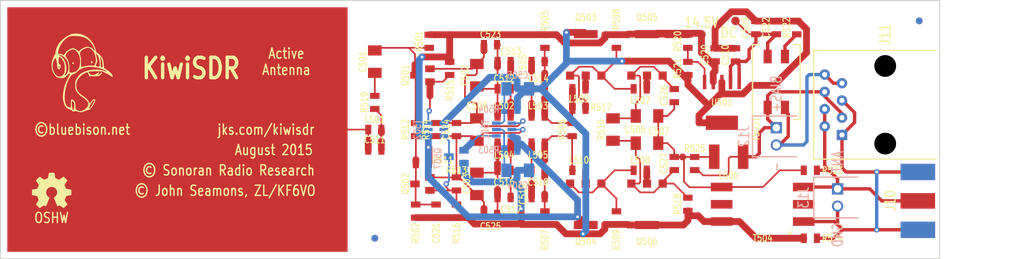
<source format=kicad_pcb>
(kicad_pcb (version 20171130) (host pcbnew "(5.1.12)-1")

  (general
    (thickness 1.6)
    (drawings 18)
    (tracks 567)
    (zones 0)
    (modules 85)
    (nets 37)
  )

  (page A3)
  (layers
    (0 Top signal)
    (31 Gnd signal)
    (32 B.Adhes user hide)
    (33 F.Adhes user hide)
    (34 B.Paste user hide)
    (35 F.Paste user hide)
    (36 B.SilkS user)
    (37 F.SilkS user hide)
    (38 B.Mask user)
    (39 F.Mask user)
    (40 Dwgs.User user)
    (41 Cmts.User user)
    (42 Eco1.User user)
    (43 Eco2.User user hide)
    (44 Edge.Cuts user)
  )

  (setup
    (last_trace_width 1)
    (user_trace_width 0.15)
    (user_trace_width 0.2)
    (user_trace_width 0.25)
    (user_trace_width 0.3)
    (user_trace_width 0.35)
    (user_trace_width 0.4)
    (user_trace_width 0.5)
    (user_trace_width 1)
    (user_trace_width 1.5)
    (user_trace_width 2)
    (trace_clearance 0.2)
    (zone_clearance 0.2)
    (zone_45_only yes)
    (trace_min 0.15)
    (via_size 0.8)
    (via_drill 0.4)
    (via_min_size 0.8)
    (via_min_drill 0.4)
    (user_via 0.8 0.4)
    (user_via 1 0.5)
    (uvia_size 0.508)
    (uvia_drill 0.127)
    (uvias_allowed no)
    (uvia_min_size 0.508)
    (uvia_min_drill 0.127)
    (edge_width 0.15)
    (segment_width 0.15)
    (pcb_text_width 0.125)
    (pcb_text_size 1.2 1.5)
    (mod_edge_width 0.2)
    (mod_text_size 0.8 1)
    (mod_text_width 0.15)
    (pad_size 36 50)
    (pad_drill 0.762)
    (pad_to_mask_clearance 0)
    (aux_axis_origin 0 0)
    (visible_elements 7FFFFFFF)
    (pcbplotparams
      (layerselection 0x00030_ffffffff)
      (usegerberextensions true)
      (usegerberattributes true)
      (usegerberadvancedattributes true)
      (creategerberjobfile true)
      (excludeedgelayer true)
      (linewidth 0.150000)
      (plotframeref false)
      (viasonmask false)
      (mode 1)
      (useauxorigin false)
      (hpglpennumber 1)
      (hpglpenspeed 20)
      (hpglpendiameter 15.000000)
      (psnegative false)
      (psa4output false)
      (plotreference true)
      (plotvalue false)
      (plotinvisibletext false)
      (padsonsilk false)
      (subtractmaskfromsilk false)
      (outputformat 1)
      (mirror false)
      (drillshape 0)
      (scaleselection 1)
      (outputdirectory "plot/"))
  )

  (net 0 "")
  (net 1 /14.55)
  (net 2 /ANT2)
  (net 3 /ANT3)
  (net 4 /ANT4)
  (net 5 /B1H)
  (net 6 /B1L)
  (net 7 /B2H)
  (net 8 /B2L)
  (net 9 /BIAS)
  (net 10 /BIAS+)
  (net 11 /BIAS-)
  (net 12 /DCIN)
  (net 13 /E1H)
  (net 14 /E1L)
  (net 15 /E2H)
  (net 16 /E2L)
  (net 17 /EPROBE)
  (net 18 /FB1)
  (net 19 /FB2)
  (net 20 /FB3)
  (net 21 /JHI)
  (net 22 /JLO)
  (net 23 /NF1H)
  (net 24 /NF1L)
  (net 25 /NF2H)
  (net 26 /NF2L)
  (net 27 /NF3H)
  (net 28 /NF3L)
  (net 29 /OUT)
  (net 30 /RX+)
  (net 31 /RX-)
  (net 32 /THI)
  (net 33 /TLO)
  (net 34 /TP)
  (net 35 /VADJ)
  (net 36 GND)

  (net_class Default "This is the default net class."
    (clearance 0.2)
    (trace_width 1)
    (via_dia 0.8)
    (via_drill 0.4)
    (uvia_dia 0.508)
    (uvia_drill 0.127)
    (add_net /14.55)
    (add_net /ANT2)
    (add_net /ANT3)
    (add_net /ANT4)
    (add_net /B1H)
    (add_net /B1L)
    (add_net /B2H)
    (add_net /B2L)
    (add_net /BIAS)
    (add_net /BIAS+)
    (add_net /BIAS-)
    (add_net /DCIN)
    (add_net /E1H)
    (add_net /E1L)
    (add_net /E2H)
    (add_net /E2L)
    (add_net /EPROBE)
    (add_net /FB1)
    (add_net /FB2)
    (add_net /FB3)
    (add_net /JHI)
    (add_net /JLO)
    (add_net /NF1H)
    (add_net /NF1L)
    (add_net /NF2H)
    (add_net /NF2L)
    (add_net /NF3H)
    (add_net /NF3L)
    (add_net /OUT)
    (add_net /RX+)
    (add_net /RX-)
    (add_net /THI)
    (add_net /TLO)
    (add_net /TP)
    (add_net /VADJ)
    (add_net GND)
  )

  (module kiwi-MCL_KK81 (layer Top) (tedit 55F0A19E) (tstamp 556E0B25)
    (at 196 80 90)
    (path /54EED28A)
    (solder_mask_margin 0.05)
    (clearance 0.05)
    (attr smd)
    (fp_text reference T504 (at -5 0 180) (layer F.SilkS)
      (effects (font (size 1 0.8) (thickness 0.15)))
    )
    (fp_text value "DNL T1-6" (at 0 0 90) (layer F.SilkS) hide
      (effects (font (size 1 0.8) (thickness 0.15)))
    )
    (fp_circle (center -4.25 4) (end -4.25 4.125) (layer F.SilkS) (width 0.25))
    (fp_line (start -3.81 -3.43) (end 3.81 -3.43) (layer Dwgs.User) (width 0.01))
    (fp_line (start 3.81 -3.43) (end 3.81 3.43) (layer Dwgs.User) (width 0.01))
    (fp_line (start 3.81 3.43) (end -3.81 3.43) (layer Dwgs.User) (width 0.01))
    (fp_line (start -3.81 3.43) (end -3.81 -3.43) (layer Dwgs.User) (width 0.01))
    (pad 1 smd rect (at -2.54 -6.03 90) (size 1.27 3.18) (layers Top F.Paste F.Mask)
      (net 36 GND))
    (pad 2 smd rect (at 0 -6.03 90) (size 1.27 3.18) (layers Top F.Paste F.Mask))
    (pad 3 smd rect (at 2.54 -6.03 90) (size 1.27 3.18) (layers Top F.Paste F.Mask)
      (net 29 /OUT))
    (pad 4 smd rect (at 2.54 6.03 90) (size 1.27 3.18) (layers Top F.Paste F.Mask)
      (net 30 /RX+))
    (pad 5 smd rect (at 0 6.03 90) (size 1.27 3.18) (layers Top F.Paste F.Mask))
    (pad 6 smd rect (at -2.54 6.03 90) (size 1.27 3.18) (layers Top F.Paste F.Mask)
      (net 31 /RX-))
  )

  (module kiwi-RJ45_8 (layer Top) (tedit 55C14219) (tstamp 556E0AF7)
    (at 214 65.35 90)
    (descr "FCI 54602-908LF")
    (tags RJ45)
    (path /551B86F8)
    (solder_mask_margin 0.05)
    (clearance 0.05)
    (fp_text reference J11 (at 10.35 0 90) (layer F.SilkS)
      (effects (font (size 1.5 1.2) (thickness 0.2)))
    )
    (fp_text value "DNL RJ45" (at 0 0 90) (layer F.SilkS) hide
      (effects (font (size 1.5 1.2) (thickness 0.2)))
    )
    (fp_line (start -8 7.5) (end -8 -10.5) (layer F.SilkS) (width 0.2))
    (fp_line (start -8 -10.5) (end 8 -10.5) (layer F.SilkS) (width 0.2))
    (fp_line (start 8 -10.5) (end 8 7.5) (layer F.SilkS) (width 0.2))
    (fp_line (start -7.65 7.62) (end 7.65 7.62) (layer Dwgs.User) (width 0.01))
    (fp_line (start 7.65 7.62) (end 7.65 -10.12) (layer Dwgs.User) (width 0.01))
    (fp_line (start 7.65 -10.12) (end -7.65 -10.12) (layer Dwgs.User) (width 0.01))
    (fp_line (start -7.65 -10.12) (end -7.65 7.62) (layer Dwgs.User) (width 0.01))
    (pad Hole np_thru_hole circle (at 5.715 0 90) (size 3.2 3.2) (drill 3.2) (layers *.Mask))
    (pad Hole np_thru_hole circle (at -5.715 0 90) (size 3.2 3.2) (drill 3.2) (layers *.Mask))
    (pad 1 thru_hole rect (at -4.445 -6.35 90) (size 1.524 1.524) (drill 0.76) (layers *.Cu *.Mask)
      (net 31 /RX-))
    (pad 2 thru_hole circle (at -3.175 -8.89 90) (size 1.524 1.524) (drill 0.76) (layers *.Cu *.Mask)
      (net 30 /RX+))
    (pad 3 thru_hole circle (at -1.905 -6.35 90) (size 1.524 1.524) (drill 0.76) (layers *.Cu *.Mask)
      (net 10 /BIAS+))
    (pad 4 thru_hole circle (at -0.635 -8.89 90) (size 1.524 1.524) (drill 0.76) (layers *.Cu *.Mask)
      (net 30 /RX+))
    (pad 5 thru_hole circle (at 0.635 -6.35 90) (size 1.524 1.524) (drill 0.76) (layers *.Cu *.Mask)
      (net 31 /RX-))
    (pad 6 thru_hole circle (at 1.905 -8.89 90) (size 1.524 1.524) (drill 0.76) (layers *.Cu *.Mask)
      (net 10 /BIAS+))
    (pad 7 thru_hole circle (at 3.175 -6.35 90) (size 1.524 1.524) (drill 0.76) (layers *.Cu *.Mask)
      (net 11 /BIAS-))
    (pad 8 thru_hole circle (at 4.445 -8.89 90) (size 1.524 1.524) (drill 0.76) (layers *.Cu *.Mask)
      (net 11 /BIAS-))
  )

  (module kiwi-TB_2P_2_54MM (layer Gnd) (tedit 55C13B0C) (tstamp 556E084B)
    (at 207 79 270)
    (descr "TE TB_2P_2_54MM footprint")
    (path /54E94695)
    (solder_mask_margin 0.05)
    (clearance 0.05)
    (fp_text reference J13 (at 0 5 270) (layer B.SilkS)
      (effects (font (size 1.5 1.2) (thickness 0.2)) (justify mirror))
    )
    (fp_text value TB_2 (at 0 0 270) (layer B.SilkS) hide
      (effects (font (size 1.5 1.2) (thickness 0.2)) (justify mirror))
    )
    (fp_line (start -3 -3) (end -3 3.5) (layer B.SilkS) (width 0.2))
    (fp_line (start -3 3.5) (end 3 3.5) (layer B.SilkS) (width 0.2))
    (fp_line (start 3 3.5) (end 3 -3) (layer B.SilkS) (width 0.2))
    (fp_line (start -2.77 3.25) (end 2.77 3.25) (layer Dwgs.User) (width 0.01))
    (fp_line (start 2.77 3.25) (end 2.77 -3.25) (layer Dwgs.User) (width 0.01))
    (fp_line (start 2.77 -3.25) (end -2.77 -3.25) (layer Dwgs.User) (width 0.01))
    (fp_line (start -2.77 -3.25) (end -2.77 3.25) (layer Dwgs.User) (width 0.01))
    (pad 1 thru_hole rect (at -1.27 0 270) (size 1.65 1.65) (drill 1.1) (layers *.Cu *.Mask)
      (net 30 /RX+))
    (pad 2 thru_hole circle (at 1.27 0 270) (size 1.65 1.65) (drill 1.1) (layers *.Cu *.Mask)
      (net 31 /RX-))
  )

  (module kiwi-TB_2P_2_54MM (layer Gnd) (tedit 55C012B1) (tstamp 0)
    (at 198 70 270)
    (descr "TE TB_2P_2_54MM footprint")
    (path /54F0CAD9)
    (solder_mask_margin 0.05)
    (clearance 0.05)
    (fp_text reference J12 (at 0 4.75 270) (layer B.SilkS)
      (effects (font (size 1.5 1.2) (thickness 0.2)) (justify mirror))
    )
    (fp_text value "DNL TB_2" (at 0 0 270) (layer B.SilkS) hide
      (effects (font (size 1.5 1.2) (thickness 0.2)) (justify mirror))
    )
    (fp_line (start -3 -3) (end -3 3.5) (layer B.SilkS) (width 0.2))
    (fp_line (start -3 3.5) (end 3 3.5) (layer B.SilkS) (width 0.2))
    (fp_line (start 3 3.5) (end 3 -3) (layer B.SilkS) (width 0.2))
    (fp_line (start -2.77 3.25) (end 2.77 3.25) (layer Dwgs.User) (width 0.01))
    (fp_line (start 2.77 3.25) (end 2.77 -3.25) (layer Dwgs.User) (width 0.01))
    (fp_line (start 2.77 -3.25) (end -2.77 -3.25) (layer Dwgs.User) (width 0.01))
    (fp_line (start -2.77 -3.25) (end -2.77 3.25) (layer Dwgs.User) (width 0.01))
    (pad 1 thru_hole rect (at -1.27 0 270) (size 1.65 1.65) (drill 1.1) (layers *.Cu *.Mask)
      (net 10 /BIAS+))
    (pad 2 thru_hole circle (at 1.27 0 270) (size 1.65 1.65) (drill 1.1) (layers *.Cu *.Mask)
      (net 11 /BIAS-))
  )

  (module kiwi-TP_1250 (layer Top) (tedit 55C007D2) (tstamp 556E6A4E)
    (at 192 53)
    (path /556E6482)
    (solder_mask_margin 0.05)
    (clearance 0.05)
    (fp_text reference TP501 (at 0 0) (layer F.SilkS) hide
      (effects (font (size 1 1) (thickness 0.15)))
    )
    (fp_text value TEST_POINT (at 0 0) (layer F.SilkS) hide
      (effects (font (size 1 1) (thickness 0.15)))
    )
    (pad 1 smd circle (at 0 0) (size 1.25 1.25) (layers Top F.Mask)
      (net 12 /DCIN) (zone_connect 2))
  )

  (module kiwi-TP_1250 (layer Top) (tedit 55C007E6) (tstamp 556E6A53)
    (at 187 55)
    (path /556E65CE)
    (solder_mask_margin 0.05)
    (clearance 0.05)
    (fp_text reference TP502 (at 0 0) (layer F.SilkS) hide
      (effects (font (size 1 1) (thickness 0.15)))
    )
    (fp_text value TEST_POINT (at 0 0) (layer F.SilkS) hide
      (effects (font (size 1 1) (thickness 0.15)))
    )
    (pad 1 smd circle (at 0 0) (size 1.25 1.25) (layers Top F.Mask)
      (net 1 /14.55) (zone_connect 2))
  )

  (module kiwi-SM1812 (layer Top) (tedit 55F0A18A) (tstamp 556E08E8)
    (at 191 73)
    (path /54ED525D)
    (solder_mask_margin 0.05)
    (clearance 0.05)
    (attr smd)
    (fp_text reference L506 (at 0 2.75) (layer F.SilkS)
      (effects (font (size 1 0.8) (thickness 0.15)))
    )
    (fp_text value 100uH (at 0 0) (layer F.SilkS) hide
      (effects (font (size 1 0.8) (thickness 0.15)))
    )
    (pad 1 smd rect (at -2.125 0) (size 1.55 3.6) (layers Top F.Paste F.Mask)
      (net 29 /OUT))
    (pad 2 smd rect (at 2.125 0) (size 1.55 3.6) (layers Top F.Paste F.Mask)
      (net 10 /BIAS+))
  )

  (module kiwi-SM0805 (layer Top) (tedit 55C00E5D) (tstamp 0)
    (at 145 81 90)
    (path /52BC8EC1)
    (solder_mask_margin 0.05)
    (clearance 0.05)
    (attr smd)
    (fp_text reference R502 (at -3.25 0 90) (layer F.SilkS)
      (effects (font (size 1 0.8) (thickness 0.15)))
    )
    (fp_text value 1M (at 0 0 90) (layer F.SilkS) hide
      (effects (font (size 1 0.8) (thickness 0.15)))
    )
    (pad 1 smd rect (at -0.9652 0 90) (size 0.889 1.397) (layers Top F.Paste F.Mask)
      (net 36 GND))
    (pad 2 smd rect (at 0.9652 0 90) (size 0.889 1.397) (layers Top F.Paste F.Mask)
      (net 9 /BIAS))
  )

  (module kiwi-SM0805 (layer Top) (tedit 55C00865) (tstamp 556E091E)
    (at 164 56 270)
    (path /52BC93F5)
    (solder_mask_margin 0.05)
    (clearance 0.05)
    (attr smd)
    (fp_text reference R505 (at -3 0 270) (layer F.SilkS)
      (effects (font (size 1 0.8) (thickness 0.15)))
    )
    (fp_text value 100K (at 0 0 270) (layer F.SilkS) hide
      (effects (font (size 1 0.8) (thickness 0.15)))
    )
    (pad 1 smd rect (at -0.9652 0 270) (size 0.889 1.397) (layers Top F.Paste F.Mask)
      (net 1 /14.55))
    (pad 2 smd rect (at 0.9652 0 270) (size 0.889 1.397) (layers Top F.Paste F.Mask)
      (net 27 /NF3H))
  )

  (module kiwi-SM0805 (layer Top) (tedit 55C00FCB) (tstamp 0)
    (at 195 54 90)
    (path /52BCD162)
    (solder_mask_margin 0.05)
    (clearance 0.05)
    (attr smd)
    (fp_text reference C509 (at 0 -1.5 90) (layer F.SilkS)
      (effects (font (size 1 0.8) (thickness 0.15)))
    )
    (fp_text value 100n/100 (at 0 0 90) (layer F.SilkS) hide
      (effects (font (size 1 0.8) (thickness 0.15)))
    )
    (pad 1 smd rect (at -0.9652 0 90) (size 0.889 1.397) (layers Top F.Paste F.Mask)
      (net 12 /DCIN))
    (pad 2 smd rect (at 0.9652 0 90) (size 0.889 1.397) (layers Top F.Paste F.Mask)
      (net 36 GND))
  )

  (module kiwi-SM0805 (layer Top) (tedit 55C01110) (tstamp 556E093C)
    (at 183 74 90)
    (path /55078642)
    (solder_mask_margin 0.05)
    (clearance 0.05)
    (attr smd)
    (fp_text reference C527 (at 0 -1.5 90) (layer F.SilkS)
      (effects (font (size 1 0.8) (thickness 0.15)))
    )
    (fp_text value 1n/100 (at 0 0 90) (layer F.SilkS) hide
      (effects (font (size 1 0.8) (thickness 0.15)))
    )
    (pad 1 smd rect (at -0.9652 0 90) (size 0.889 1.397) (layers Top F.Paste F.Mask)
      (net 16 /E2L))
    (pad 2 smd rect (at 0.9652 0 90) (size 0.889 1.397) (layers Top F.Paste F.Mask)
      (net 29 /OUT))
  )

  (module kiwi-SM0805 (layer Top) (tedit 55C01108) (tstamp 0)
    (at 183 64 270)
    (path /55078197)
    (solder_mask_margin 0.05)
    (clearance 0.05)
    (attr smd)
    (fp_text reference C526 (at 0 1.5 270) (layer F.SilkS)
      (effects (font (size 1 0.8) (thickness 0.15)))
    )
    (fp_text value 1n/100 (at 0 0 270) (layer F.SilkS) hide
      (effects (font (size 1 0.8) (thickness 0.15)))
    )
    (pad 1 smd rect (at -0.9652 0 270) (size 0.889 1.397) (layers Top F.Paste F.Mask)
      (net 15 /E2H))
    (pad 2 smd rect (at 0.9652 0 270) (size 0.889 1.397) (layers Top F.Paste F.Mask)
      (net 29 /OUT))
  )

  (module kiwi-SM0805 (layer Top) (tedit 55C00859) (tstamp 0)
    (at 156 56.5)
    (path /55077CFC)
    (solder_mask_margin 0.05)
    (clearance 0.05)
    (attr smd)
    (fp_text reference C523 (at 0 -1.5) (layer F.SilkS)
      (effects (font (size 1 0.8) (thickness 0.15)))
    )
    (fp_text value 1n/100 (at 0 0) (layer F.SilkS) hide
      (effects (font (size 1 0.8) (thickness 0.15)))
    )
    (pad 1 smd rect (at -0.9652 0) (size 0.889 1.397) (layers Top F.Paste F.Mask)
      (net 21 /JHI))
    (pad 2 smd rect (at 0.9652 0) (size 0.889 1.397) (layers Top F.Paste F.Mask)
      (net 23 /NF1H))
  )

  (module kiwi-SM0805 (layer Top) (tedit 55C00E82) (tstamp 556E094E)
    (at 151 69 270)
    (path /55076D58)
    (solder_mask_margin 0.05)
    (clearance 0.05)
    (attr smd)
    (fp_text reference C524 (at 0 1.5 270) (layer F.SilkS)
      (effects (font (size 1 0.8) (thickness 0.15)))
    )
    (fp_text value 1n/100 (at 0 0 270) (layer F.SilkS) hide
      (effects (font (size 1 0.8) (thickness 0.15)))
    )
    (pad 1 smd rect (at -0.9652 0 270) (size 0.889 1.397) (layers Top F.Paste F.Mask)
      (net 21 /JHI))
    (pad 2 smd rect (at 0.9652 0 270) (size 0.889 1.397) (layers Top F.Paste F.Mask)
      (net 22 /JLO))
  )

  (module kiwi-SM0805 (layer Top) (tedit 55C008FE) (tstamp 0)
    (at 156 81.5)
    (path /55076D42)
    (solder_mask_margin 0.05)
    (clearance 0.05)
    (attr smd)
    (fp_text reference C525 (at 0 1.75) (layer F.SilkS)
      (effects (font (size 1 0.8) (thickness 0.15)))
    )
    (fp_text value 1n/100 (at 0 0) (layer F.SilkS) hide
      (effects (font (size 1 0.8) (thickness 0.15)))
    )
    (pad 1 smd rect (at -0.9652 0) (size 0.889 1.397) (layers Top F.Paste F.Mask)
      (net 22 /JLO))
    (pad 2 smd rect (at 0.9652 0) (size 0.889 1.397) (layers Top F.Paste F.Mask)
      (net 24 /NF1L))
  )

  (module kiwi-SM0805 (layer Top) (tedit 55F0A798) (tstamp 556E095A)
    (at 186 74 90)
    (path /54F2FB40)
    (solder_mask_margin 0.05)
    (clearance 0.05)
    (attr smd)
    (fp_text reference R525 (at 2.25 0 180) (layer F.SilkS)
      (effects (font (size 1 0.8) (thickness 0.15)))
    )
    (fp_text value 1K5 (at 0 0 90) (layer F.SilkS) hide
      (effects (font (size 1 0.8) (thickness 0.15)))
    )
    (pad 1 smd rect (at -0.9652 0 90) (size 0.889 1.397) (layers Top F.Paste F.Mask)
      (net 10 /BIAS+))
    (pad 2 smd rect (at 0.9652 0 90) (size 0.889 1.397) (layers Top F.Paste F.Mask)
      (net 29 /OUT))
  )

  (module kiwi-SM0805 (layer Top) (tedit 55C00FC4) (tstamp 0)
    (at 198 54 90)
    (path /54F28572)
    (solder_mask_margin 0.05)
    (clearance 0.05)
    (attr smd)
    (fp_text reference C522 (at 0 -1.5 90) (layer F.SilkS)
      (effects (font (size 1 0.8) (thickness 0.15)))
    )
    (fp_text value 1n/100 (at 0 0 90) (layer F.SilkS) hide
      (effects (font (size 1 0.8) (thickness 0.15)))
    )
    (pad 1 smd rect (at -0.9652 0 90) (size 0.889 1.397) (layers Top F.Paste F.Mask)
      (net 12 /DCIN))
    (pad 2 smd rect (at 0.9652 0 90) (size 0.889 1.397) (layers Top F.Paste F.Mask)
      (net 36 GND))
  )

  (module kiwi-SM0805 (layer Top) (tedit 55C00F94) (tstamp 556E096C)
    (at 174.5 56 270)
    (path /54E68DA9)
    (solder_mask_margin 0.05)
    (clearance 0.05)
    (attr smd)
    (fp_text reference R508 (at -3.25 0 270) (layer F.SilkS)
      (effects (font (size 1 0.8) (thickness 0.15)))
    )
    (fp_text value 470R (at 0 0 270) (layer F.SilkS) hide
      (effects (font (size 1 0.8) (thickness 0.15)))
    )
    (pad 1 smd rect (at -0.9652 0 270) (size 0.889 1.397) (layers Top F.Paste F.Mask)
      (net 1 /14.55))
    (pad 2 smd rect (at 0.9652 0 270) (size 0.889 1.397) (layers Top F.Paste F.Mask)
      (net 13 /E1H))
  )

  (module kiwi-SM0805 (layer Top) (tedit 55F0A1C9) (tstamp 0)
    (at 203 85 180)
    (path /54EF9200)
    (solder_mask_margin 0.05)
    (clearance 0.05)
    (attr smd)
    (fp_text reference R524 (at -3.25 0 180) (layer F.SilkS)
      (effects (font (size 1 0.8) (thickness 0.15)))
    )
    (fp_text value 0R (at 0 0 180) (layer F.SilkS) hide
      (effects (font (size 1 0.8) (thickness 0.15)))
    )
    (pad 1 smd rect (at -0.9652 0 180) (size 0.889 1.397) (layers Top F.Paste F.Mask)
      (net 31 /RX-))
    (pad 2 smd rect (at 0.9652 0 180) (size 0.889 1.397) (layers Top F.Paste F.Mask)
      (net 36 GND))
  )

  (module kiwi-SM0805 (layer Top) (tedit 55F0A1BB) (tstamp 0)
    (at 203 75 180)
    (path /54EF91DC)
    (solder_mask_margin 0.05)
    (clearance 0.05)
    (attr smd)
    (fp_text reference R523 (at -3.25 0 180) (layer F.SilkS)
      (effects (font (size 1 0.8) (thickness 0.15)))
    )
    (fp_text value 0R (at 0 0 180) (layer F.SilkS) hide
      (effects (font (size 1 0.8) (thickness 0.15)))
    )
    (pad 1 smd rect (at -0.9652 0 180) (size 0.889 1.397) (layers Top F.Paste F.Mask)
      (net 30 /RX+))
    (pad 2 smd rect (at 0.9652 0 180) (size 0.889 1.397) (layers Top F.Paste F.Mask)
      (net 29 /OUT))
  )

  (module kiwi-SM0805 (layer Top) (tedit 55C010DC) (tstamp 0)
    (at 168 69 270)
    (path /52BC84C6)
    (solder_mask_margin 0.05)
    (clearance 0.05)
    (attr smd)
    (fp_text reference R506 (at 0 1.5 270) (layer F.SilkS)
      (effects (font (size 1 0.8) (thickness 0.15)))
    )
    (fp_text value 2K2 (at 0 0 270) (layer F.SilkS) hide
      (effects (font (size 1 0.8) (thickness 0.15)))
    )
    (pad 1 smd rect (at -0.9652 0 270) (size 0.889 1.397) (layers Top F.Paste F.Mask)
      (net 27 /NF3H))
    (pad 2 smd rect (at 0.9652 0 270) (size 0.889 1.397) (layers Top F.Paste F.Mask)
      (net 28 /NF3L))
  )

  (module kiwi-SM0805 (layer Top) (tedit 55C00E74) (tstamp 556E099C)
    (at 148 69 90)
    (path /52BC8457)
    (solder_mask_margin 0.05)
    (clearance 0.05)
    (attr smd)
    (fp_text reference R514 (at 0 -1.5 90) (layer F.SilkS)
      (effects (font (size 1 0.8) (thickness 0.15)))
    )
    (fp_text value 100R (at 0 0 90) (layer F.SilkS) hide
      (effects (font (size 1 0.8) (thickness 0.15)))
    )
    (pad 1 smd rect (at -0.9652 0 90) (size 0.889 1.397) (layers Top F.Paste F.Mask)
      (net 22 /JLO))
    (pad 2 smd rect (at 0.9652 0 90) (size 0.889 1.397) (layers Top F.Paste F.Mask)
      (net 21 /JHI))
  )

  (module kiwi-SM0805 (layer Top) (tedit 55C00E10) (tstamp 556E09BA)
    (at 139 72)
    (path /52BC8A07)
    (solder_mask_margin 0.05)
    (clearance 0.05)
    (attr smd)
    (fp_text reference C511 (at 0 -1.5) (layer F.SilkS)
      (effects (font (size 1 0.8) (thickness 0.15)))
    )
    (fp_text value DNL (at 0 0) (layer F.SilkS) hide
      (effects (font (size 1 0.8) (thickness 0.15)))
    )
    (pad 1 smd rect (at -0.9652 0) (size 0.889 1.397) (layers Top F.Paste F.Mask)
      (net 17 /EPROBE))
    (pad 2 smd rect (at 0.9652 0) (size 0.889 1.397) (layers Top F.Paste F.Mask)
      (net 2 /ANT2))
  )

  (module kiwi-SM0805 (layer Top) (tedit 55C011CB) (tstamp 556E09C0)
    (at 147 56 270)
    (path /52BC8EBB)
    (solder_mask_margin 0.05)
    (clearance 0.05)
    (attr smd)
    (fp_text reference R501 (at 0 1.5 270) (layer F.SilkS)
      (effects (font (size 1 0.8) (thickness 0.15)))
    )
    (fp_text value 1M (at 0 0 270) (layer F.SilkS) hide
      (effects (font (size 1 0.8) (thickness 0.15)))
    )
    (pad 1 smd rect (at -0.9652 0 270) (size 0.889 1.397) (layers Top F.Paste F.Mask)
      (net 1 /14.55))
    (pad 2 smd rect (at 0.9652 0 270) (size 0.889 1.397) (layers Top F.Paste F.Mask)
      (net 4 /ANT4))
  )

  (module kiwi-SM0805 (layer Top) (tedit 55C008E9) (tstamp 556E09F0)
    (at 158 75)
    (path /54E6F50F)
    (solder_mask_margin 0.05)
    (clearance 0.05)
    (attr smd)
    (fp_text reference C516 (at 0 1.75) (layer F.SilkS)
      (effects (font (size 1 0.8) (thickness 0.15)))
    )
    (fp_text value DNL (at 0 0) (layer F.SilkS) hide
      (effects (font (size 1 0.8) (thickness 0.15)))
    )
    (pad 1 smd rect (at -0.9652 0) (size 0.889 1.397) (layers Top F.Paste F.Mask)
      (net 24 /NF1L))
    (pad 2 smd rect (at 0.9652 0) (size 0.889 1.397) (layers Top F.Paste F.Mask)
      (net 26 /NF2L))
  )

  (module kiwi-SM0805 (layer Top) (tedit 55C008A3) (tstamp 556E09F6)
    (at 163 59)
    (path /54E6F501)
    (solder_mask_margin 0.05)
    (clearance 0.05)
    (attr smd)
    (fp_text reference C515 (at -2.25 0.5 90) (layer F.SilkS)
      (effects (font (size 1 0.8) (thickness 0.15)))
    )
    (fp_text value DNL (at 0 0) (layer F.SilkS) hide
      (effects (font (size 1 0.8) (thickness 0.15)))
    )
    (pad 1 smd rect (at -0.9652 0) (size 0.889 1.397) (layers Top F.Paste F.Mask)
      (net 25 /NF2H))
    (pad 2 smd rect (at 0.9652 0) (size 0.889 1.397) (layers Top F.Paste F.Mask)
      (net 27 /NF3H))
  )

  (module kiwi-SM0805 (layer Top) (tedit 55C0084C) (tstamp 556E09FC)
    (at 163 63)
    (path /54E6F4FB)
    (solder_mask_margin 0.05)
    (clearance 0.05)
    (attr smd)
    (fp_text reference C514 (at 0 -1.5) (layer F.SilkS)
      (effects (font (size 1 0.8) (thickness 0.15)))
    )
    (fp_text value DNL (at 0 0) (layer F.SilkS) hide
      (effects (font (size 1 0.8) (thickness 0.15)))
    )
    (pad 1 smd rect (at -0.9652 0) (size 0.889 1.397) (layers Top F.Paste F.Mask)
      (net 25 /NF2H))
    (pad 2 smd rect (at 0.9652 0) (size 0.889 1.397) (layers Top F.Paste F.Mask)
      (net 27 /NF3H))
  )

  (module kiwi-SM0805 (layer Top) (tedit 55C00874) (tstamp 556E0A02)
    (at 158 59)
    (path /54E6F1C9)
    (solder_mask_margin 0.05)
    (clearance 0.05)
    (attr smd)
    (fp_text reference C513 (at 1 -1.5) (layer F.SilkS)
      (effects (font (size 1 0.8) (thickness 0.15)))
    )
    (fp_text value DNL (at 0 0) (layer F.SilkS) hide
      (effects (font (size 1 0.8) (thickness 0.15)))
    )
    (pad 1 smd rect (at -0.9652 0) (size 0.889 1.397) (layers Top F.Paste F.Mask)
      (net 23 /NF1H))
    (pad 2 smd rect (at 0.9652 0) (size 0.889 1.397) (layers Top F.Paste F.Mask)
      (net 25 /NF2H))
  )

  (module kiwi-SM0805 (layer Top) (tedit 55C00848) (tstamp 556E0A08)
    (at 158 63)
    (path /54E6F1C3)
    (solder_mask_margin 0.05)
    (clearance 0.05)
    (attr smd)
    (fp_text reference C512 (at 0 -1.5) (layer F.SilkS)
      (effects (font (size 1 0.8) (thickness 0.15)))
    )
    (fp_text value DNL (at 0 0) (layer F.SilkS) hide
      (effects (font (size 1 0.8) (thickness 0.15)))
    )
    (pad 1 smd rect (at -0.9652 0) (size 0.889 1.397) (layers Top F.Paste F.Mask)
      (net 23 /NF1H))
    (pad 2 smd rect (at 0.9652 0) (size 0.889 1.397) (layers Top F.Paste F.Mask)
      (net 25 /NF2H))
  )

  (module kiwi-SM0805 (layer Top) (tedit 55C008D8) (tstamp 556E0A0E)
    (at 163 71)
    (path /54E6E78B)
    (solder_mask_margin 0.05)
    (clearance 0.05)
    (attr smd)
    (fp_text reference L505 (at 0 1.75) (layer F.SilkS)
      (effects (font (size 1 0.8) (thickness 0.15)))
    )
    (fp_text value 0R (at 0 0) (layer F.SilkS) hide
      (effects (font (size 1 0.8) (thickness 0.15)))
    )
    (pad 1 smd rect (at -0.9652 0) (size 0.889 1.397) (layers Top F.Paste F.Mask)
      (net 26 /NF2L))
    (pad 2 smd rect (at 0.9652 0) (size 0.889 1.397) (layers Top F.Paste F.Mask)
      (net 28 /NF3L))
  )

  (module kiwi-SM0805 (layer Top) (tedit 55C00844) (tstamp 556E0A14)
    (at 163 67)
    (path /54E6E785)
    (solder_mask_margin 0.05)
    (clearance 0.05)
    (attr smd)
    (fp_text reference L503 (at 0 -1.5) (layer F.SilkS)
      (effects (font (size 1 0.8) (thickness 0.15)))
    )
    (fp_text value 0R (at 0 0) (layer F.SilkS) hide
      (effects (font (size 1 0.8) (thickness 0.15)))
    )
    (pad 1 smd rect (at -0.9652 0) (size 0.889 1.397) (layers Top F.Paste F.Mask)
      (net 25 /NF2H))
    (pad 2 smd rect (at 0.9652 0) (size 0.889 1.397) (layers Top F.Paste F.Mask)
      (net 27 /NF3H))
  )

  (module kiwi-SM0805 (layer Top) (tedit 55C008D4) (tstamp 556E0A1A)
    (at 158 71)
    (path /54E6E77F)
    (solder_mask_margin 0.05)
    (clearance 0.05)
    (attr smd)
    (fp_text reference L504 (at 0 1.75) (layer F.SilkS)
      (effects (font (size 1 0.8) (thickness 0.15)))
    )
    (fp_text value 0R (at 0 0) (layer F.SilkS) hide
      (effects (font (size 1 0.8) (thickness 0.15)))
    )
    (pad 1 smd rect (at -0.9652 0) (size 0.889 1.397) (layers Top F.Paste F.Mask)
      (net 24 /NF1L))
    (pad 2 smd rect (at 0.9652 0) (size 0.889 1.397) (layers Top F.Paste F.Mask)
      (net 26 /NF2L))
  )

  (module kiwi-SM0805 (layer Top) (tedit 55C0083B) (tstamp 556E0A20)
    (at 158 67)
    (path /54E6E779)
    (solder_mask_margin 0.05)
    (clearance 0.05)
    (attr smd)
    (fp_text reference L502 (at 0 -1.5) (layer F.SilkS)
      (effects (font (size 1 0.8) (thickness 0.15)))
    )
    (fp_text value 0R (at 0 0) (layer F.SilkS) hide
      (effects (font (size 1 0.8) (thickness 0.15)))
    )
    (pad 1 smd rect (at -0.9652 0) (size 0.889 1.397) (layers Top F.Paste F.Mask)
      (net 23 /NF1H))
    (pad 2 smd rect (at 0.9652 0) (size 0.889 1.397) (layers Top F.Paste F.Mask)
      (net 25 /NF2H))
  )

  (module kiwi-SM0805 (layer Top) (tedit 55C00DFA) (tstamp 556E0A26)
    (at 139 65 90)
    (path /54E6D9B1)
    (solder_mask_margin 0.05)
    (clearance 0.05)
    (attr smd)
    (fp_text reference R519 (at 0 -1.5 90) (layer F.SilkS)
      (effects (font (size 1 0.8) (thickness 0.15)))
    )
    (fp_text value 0R (at 0 0 90) (layer F.SilkS) hide
      (effects (font (size 1 0.8) (thickness 0.15)))
    )
    (pad 1 smd rect (at -0.9652 0 90) (size 0.889 1.397) (layers Top F.Paste F.Mask)
      (net 2 /ANT2))
    (pad 2 smd rect (at 0.9652 0 90) (size 0.889 1.397) (layers Top F.Paste F.Mask)
      (net 3 /ANT3))
  )

  (module kiwi-SM0805 (layer Top) (tedit 55C00E04) (tstamp 556E0A2C)
    (at 139 69 180)
    (path /54E6D04C)
    (solder_mask_margin 0.05)
    (clearance 0.05)
    (attr smd)
    (fp_text reference L501 (at 0 1.5 180) (layer F.SilkS)
      (effects (font (size 1 0.8) (thickness 0.15)))
    )
    (fp_text value 0R (at 0 0 180) (layer F.SilkS) hide
      (effects (font (size 1 0.8) (thickness 0.15)))
    )
    (pad 1 smd rect (at -0.9652 0 180) (size 0.889 1.397) (layers Top F.Paste F.Mask)
      (net 2 /ANT2))
    (pad 2 smd rect (at 0.9652 0 180) (size 0.889 1.397) (layers Top F.Paste F.Mask)
      (net 17 /EPROBE))
  )

  (module kiwi-SM0805 (layer Top) (tedit 55C00E6E) (tstamp 556E0A32)
    (at 145 69 270)
    (path /54E7C9FA)
    (solder_mask_margin 0.05)
    (clearance 0.05)
    (attr smd)
    (fp_text reference R512 (at 0 1.5 270) (layer F.SilkS)
      (effects (font (size 1 0.8) (thickness 0.15)))
    )
    (fp_text value 0R (at 0 0 270) (layer F.SilkS) hide
      (effects (font (size 1 0.8) (thickness 0.15)))
    )
    (pad 1 smd rect (at -0.9652 0 270) (size 0.889 1.397) (layers Top F.Paste F.Mask)
      (net 4 /ANT4))
    (pad 2 smd rect (at 0.9652 0 270) (size 0.889 1.397) (layers Top F.Paste F.Mask)
      (net 9 /BIAS))
  )

  (module kiwi-SM0805 (layer Top) (tedit 55C28890) (tstamp 556E0A38)
    (at 146 74 180)
    (path /54E7C9F4)
    (solder_mask_margin 0.05)
    (clearance 0.05)
    (attr smd)
    (fp_text reference R511 (at -3 0.5 180) (layer F.SilkS)
      (effects (font (size 1 0.8) (thickness 0.15)))
    )
    (fp_text value "DNL 1M" (at 0 0 180) (layer F.SilkS) hide
      (effects (font (size 1 0.8) (thickness 0.15)))
    )
    (pad 1 smd rect (at -0.9652 0 180) (size 0.889 1.397) (layers Top F.Paste F.Mask)
      (net 1 /14.55))
    (pad 2 smd rect (at 0.9652 0 180) (size 0.889 1.397) (layers Top F.Paste F.Mask)
      (net 9 /BIAS))
  )

  (module kiwi-SM0805 (layer Top) (tedit 55C0103F) (tstamp 556E0A3E)
    (at 185 80 270)
    (path /54E7A466)
    (solder_mask_margin 0.05)
    (clearance 0.05)
    (attr smd)
    (fp_text reference R518 (at 0 1.5 270) (layer F.SilkS)
      (effects (font (size 1 0.8) (thickness 0.15)))
    )
    (fp_text value "DNL 0R" (at 0 0 270) (layer F.SilkS) hide
      (effects (font (size 1 0.8) (thickness 0.15)))
    )
    (pad 1 smd rect (at -0.9652 0 270) (size 0.889 1.397) (layers Top F.Paste F.Mask)
      (net 16 /E2L))
    (pad 2 smd rect (at 0.9652 0 270) (size 0.889 1.397) (layers Top F.Paste F.Mask)
      (net 36 GND))
  )

  (module kiwi-SM0805 (layer Gnd) (tedit 55C13AD9) (tstamp 556E0A4A)
    (at 159 72 180)
    (path /54E725B4)
    (solder_mask_margin 0.05)
    (clearance 0.05)
    (attr smd)
    (fp_text reference R503 (at 3.25 0 180) (layer B.SilkS)
      (effects (font (size 1 0.8) (thickness 0.15)) (justify mirror))
    )
    (fp_text value "DNL 100R" (at 0 0 180) (layer B.SilkS) hide
      (effects (font (size 1 0.8) (thickness 0.15)) (justify mirror))
    )
    (pad 1 smd rect (at -0.9652 0 180) (size 0.889 1.397) (layers Gnd B.Paste B.Mask)
      (net 1 /14.55))
    (pad 2 smd rect (at 0.9652 0 180) (size 0.889 1.397) (layers Gnd B.Paste B.Mask)
      (net 33 /TLO))
  )

  (module kiwi-SM0805 (layer Gnd) (tedit 55C13ADE) (tstamp 556E0A56)
    (at 159 66 180)
    (path /54E7198D)
    (solder_mask_margin 0.05)
    (clearance 0.05)
    (attr smd)
    (fp_text reference R504 (at 3.25 0 180) (layer B.SilkS)
      (effects (font (size 1 0.8) (thickness 0.15)) (justify mirror))
    )
    (fp_text value "DNL 100R" (at 0 0 180) (layer B.SilkS) hide
      (effects (font (size 1 0.8) (thickness 0.15)) (justify mirror))
    )
    (pad 1 smd rect (at -0.9652 0 180) (size 0.889 1.397) (layers Gnd B.Paste B.Mask)
      (net 36 GND))
    (pad 2 smd rect (at 0.9652 0 180) (size 0.889 1.397) (layers Gnd B.Paste B.Mask)
      (net 32 /THI))
  )

  (module kiwi-SM0805 (layer Top) (tedit 55C28882) (tstamp 556E2EB4)
    (at 151 77 90)
    (path /54E6CDB5)
    (solder_mask_margin 0.05)
    (clearance 0.05)
    (attr smd)
    (fp_text reference R513 (at 2 0 180) (layer F.SilkS)
      (effects (font (size 1 0.8) (thickness 0.15)))
    )
    (fp_text value "DNL 0R" (at 0 0 90) (layer F.SilkS) hide
      (effects (font (size 1 0.8) (thickness 0.15)))
    )
    (pad 1 smd rect (at -0.9652 0 90) (size 0.889 1.397) (layers Top F.Paste F.Mask)
      (net 19 /FB2))
    (pad 2 smd rect (at 0.9652 0 90) (size 0.889 1.397) (layers Top F.Paste F.Mask)
      (net 22 /JLO))
  )

  (module kiwi-SM0805 (layer Top) (tedit 55C00E50) (tstamp 556E0A62)
    (at 151 81 90)
    (path /54E6B5EC)
    (solder_mask_margin 0.05)
    (clearance 0.05)
    (attr smd)
    (fp_text reference R516 (at -3.25 0 90) (layer F.SilkS)
      (effects (font (size 1 0.8) (thickness 0.15)))
    )
    (fp_text value 0R (at 0 0 90) (layer F.SilkS) hide
      (effects (font (size 1 0.8) (thickness 0.15)))
    )
    (pad 1 smd rect (at -0.9652 0 90) (size 0.889 1.397) (layers Top F.Paste F.Mask)
      (net 36 GND))
    (pad 2 smd rect (at 0.9652 0 90) (size 0.889 1.397) (layers Top F.Paste F.Mask)
      (net 19 /FB2))
  )

  (module kiwi-SM0805 (layer Top) (tedit 55C00FC0) (tstamp 556E0A6E)
    (at 201 54 90)
    (path /54EF84ED)
    (solder_mask_margin 0.05)
    (clearance 0.05)
    (attr smd)
    (fp_text reference R522 (at 0 -1.5 90) (layer F.SilkS)
      (effects (font (size 1 0.8) (thickness 0.15)))
    )
    (fp_text value DNL (at 0 0 90) (layer F.SilkS) hide
      (effects (font (size 1 0.8) (thickness 0.15)))
    )
    (pad 1 smd rect (at -0.9652 0 90) (size 0.889 1.397) (layers Top F.Paste F.Mask)
      (net 34 /TP))
    (pad 2 smd rect (at 0.9652 0 90) (size 0.889 1.397) (layers Top F.Paste F.Mask)
      (net 36 GND))
  )

  (module kiwi-SM0805 (layer Top) (tedit 55C01048) (tstamp 556E0A7A)
    (at 174.5 82 270)
    (path /54E68E7A)
    (solder_mask_margin 0.05)
    (clearance 0.05)
    (attr smd)
    (fp_text reference R509 (at 3.25 0 270) (layer F.SilkS)
      (effects (font (size 1 0.8) (thickness 0.15)))
    )
    (fp_text value 470R (at 0 0 270) (layer F.SilkS) hide
      (effects (font (size 1 0.8) (thickness 0.15)))
    )
    (pad 1 smd rect (at -0.9652 0 270) (size 0.889 1.397) (layers Top F.Paste F.Mask)
      (net 14 /E1L))
    (pad 2 smd rect (at 0.9652 0 270) (size 0.889 1.397) (layers Top F.Paste F.Mask)
      (net 36 GND))
  )

  (module kiwi-SM0805 (layer Top) (tedit 55C010D3) (tstamp 556E0A80)
    (at 169 66 180)
    (path /54E6A264)
    (solder_mask_margin 0.05)
    (clearance 0.05)
    (attr smd)
    (fp_text reference R517 (at -3.25 0.25 180) (layer F.SilkS)
      (effects (font (size 1 0.8) (thickness 0.15)))
    )
    (fp_text value "DNL 47R" (at 0 0 180) (layer F.SilkS) hide
      (effects (font (size 1 0.8) (thickness 0.15)))
    )
    (pad 1 smd rect (at -0.9652 0 180) (size 0.889 1.397) (layers Top F.Paste F.Mask)
      (net 13 /E1H))
    (pad 2 smd rect (at 0.9652 0 180) (size 0.889 1.397) (layers Top F.Paste F.Mask)
      (net 27 /NF3H))
  )

  (module kiwi-SM0805 (layer Top) (tedit 55C00FB1) (tstamp 556E0A86)
    (at 192 58 90)
    (path /54ED49BF)
    (solder_mask_margin 0.05)
    (clearance 0.05)
    (attr smd)
    (fp_text reference C510 (at 0 -1.5 90) (layer F.SilkS)
      (effects (font (size 1 0.8) (thickness 0.15)))
    )
    (fp_text value 10u/25 (at 0 0 90) (layer F.SilkS) hide
      (effects (font (size 1 0.8) (thickness 0.15)))
    )
    (pad 1 smd rect (at -0.9652 0 90) (size 0.889 1.397) (layers Top F.Paste F.Mask)
      (net 12 /DCIN))
    (pad 2 smd rect (at 0.9652 0 90) (size 0.889 1.397) (layers Top F.Paste F.Mask)
      (net 36 GND))
  )

  (module kiwi-SM0805 (layer Top) (tedit 55C01199) (tstamp 556E0A92)
    (at 150 60 270)
    (path /54E6AFC8)
    (solder_mask_margin 0.05)
    (clearance 0.05)
    (attr smd)
    (fp_text reference R515 (at 3.25 0 270) (layer F.SilkS)
      (effects (font (size 1 0.8) (thickness 0.15)))
    )
    (fp_text value 0R (at 0 0 270) (layer F.SilkS) hide
      (effects (font (size 1 0.8) (thickness 0.15)))
    )
    (pad 1 smd rect (at -0.9652 0 270) (size 0.889 1.397) (layers Top F.Paste F.Mask)
      (net 1 /14.55))
    (pad 2 smd rect (at 0.9652 0 270) (size 0.889 1.397) (layers Top F.Paste F.Mask)
      (net 18 /FB1))
  )

  (module kiwi-SM0805 (layer Top) (tedit 55C00FA7) (tstamp 556E0A98)
    (at 185 60 90)
    (path /54E7CBB2)
    (solder_mask_margin 0.05)
    (clearance 0.05)
    (attr smd)
    (fp_text reference R521 (at 0 -1.5 90) (layer F.SilkS)
      (effects (font (size 1 0.8) (thickness 0.15)))
    )
    (fp_text value 1K (at 0 0 90) (layer F.SilkS) hide
      (effects (font (size 1 0.8) (thickness 0.15)))
    )
    (pad 1 smd rect (at -0.9652 0 90) (size 0.889 1.397) (layers Top F.Paste F.Mask)
      (net 36 GND))
    (pad 2 smd rect (at 0.9652 0 90) (size 0.889 1.397) (layers Top F.Paste F.Mask)
      (net 35 /VADJ))
  )

  (module kiwi-SM0805 (layer Top) (tedit 55C00FA1) (tstamp 556E0A9E)
    (at 185 56 270)
    (path /54E7CBAC)
    (solder_mask_margin 0.05)
    (clearance 0.05)
    (attr smd)
    (fp_text reference R520 (at 0 1.5 270) (layer F.SilkS)
      (effects (font (size 1 0.8) (thickness 0.15)))
    )
    (fp_text value 11K (at 0 0 270) (layer F.SilkS) hide
      (effects (font (size 1 0.8) (thickness 0.15)))
    )
    (pad 1 smd rect (at -0.9652 0 270) (size 0.889 1.397) (layers Top F.Paste F.Mask)
      (net 1 /14.55))
    (pad 2 smd rect (at 0.9652 0 270) (size 0.889 1.397) (layers Top F.Paste F.Mask)
      (net 35 /VADJ))
  )

  (module kiwi-SM0805 (layer Top) (tedit 55C00FAD) (tstamp 556E0AA4)
    (at 189 58 90)
    (path /54E7CA15)
    (solder_mask_margin 0.05)
    (clearance 0.05)
    (attr smd)
    (fp_text reference C520 (at 0 -1.5 90) (layer F.SilkS)
      (effects (font (size 1 0.8) (thickness 0.15)))
    )
    (fp_text value 10u/25 (at 0 0 90) (layer F.SilkS) hide
      (effects (font (size 1 0.8) (thickness 0.15)))
    )
    (pad 1 smd rect (at -0.9652 0 90) (size 0.889 1.397) (layers Top F.Paste F.Mask)
      (net 1 /14.55))
    (pad 2 smd rect (at 0.9652 0 90) (size 0.889 1.397) (layers Top F.Paste F.Mask)
      (net 36 GND))
  )

  (module kiwi-SM0805 (layer Top) (tedit 55C01068) (tstamp 556E0AAA)
    (at 178 75)
    (path /54E6E8F5)
    (solder_mask_margin 0.05)
    (clearance 0.05)
    (attr smd)
    (fp_text reference L508 (at 0 -1.5) (layer F.SilkS)
      (effects (font (size 1 0.8) (thickness 0.15)))
    )
    (fp_text value "FB 80Z" (at 0 0) (layer F.SilkS) hide
      (effects (font (size 1 0.8) (thickness 0.15)))
    )
    (pad 1 smd rect (at -0.9652 0) (size 0.889 1.397) (layers Top F.Paste F.Mask)
      (net 14 /E1L))
    (pad 2 smd rect (at 0.9652 0) (size 0.889 1.397) (layers Top F.Paste F.Mask)
      (net 8 /B2L))
  )

  (module kiwi-SM0805 (layer Top) (tedit 55C0107F) (tstamp 556E0AB0)
    (at 178 63)
    (path /54E6E6D9)
    (solder_mask_margin 0.05)
    (clearance 0.05)
    (attr smd)
    (fp_text reference L507 (at 0 1.75) (layer F.SilkS)
      (effects (font (size 1 0.8) (thickness 0.15)))
    )
    (fp_text value "FB 80Z" (at 0 0) (layer F.SilkS) hide
      (effects (font (size 1 0.8) (thickness 0.15)))
    )
    (pad 1 smd rect (at -0.9652 0) (size 0.889 1.397) (layers Top F.Paste F.Mask)
      (net 13 /E1H))
    (pad 2 smd rect (at 0.9652 0) (size 0.889 1.397) (layers Top F.Paste F.Mask)
      (net 7 /B2H))
  )

  (module kiwi-SM0805 (layer Top) (tedit 55C01145) (tstamp 556E0AB6)
    (at 169 75)
    (path /54E6E5B7)
    (solder_mask_margin 0.05)
    (clearance 0.05)
    (attr smd)
    (fp_text reference L510 (at 0 -1.5) (layer F.SilkS)
      (effects (font (size 1 0.8) (thickness 0.15)))
    )
    (fp_text value "FB 80Z" (at 0 0) (layer F.SilkS) hide
      (effects (font (size 1 0.8) (thickness 0.15)))
    )
    (pad 1 smd rect (at -0.9652 0) (size 0.889 1.397) (layers Top F.Paste F.Mask)
      (net 28 /NF3L))
    (pad 2 smd rect (at 0.9652 0) (size 0.889 1.397) (layers Top F.Paste F.Mask)
      (net 6 /B1L))
  )

  (module kiwi-SM0805 (layer Top) (tedit 55C010AE) (tstamp 556E0ABC)
    (at 169 63)
    (path /54E6E443)
    (solder_mask_margin 0.05)
    (clearance 0.05)
    (attr smd)
    (fp_text reference L509 (at 0 1.5) (layer F.SilkS)
      (effects (font (size 1 0.8) (thickness 0.15)))
    )
    (fp_text value "FB 80Z" (at 0 0) (layer F.SilkS) hide
      (effects (font (size 1 0.8) (thickness 0.15)))
    )
    (pad 1 smd rect (at -0.9652 0) (size 0.889 1.397) (layers Top F.Paste F.Mask)
      (net 27 /NF3H))
    (pad 2 smd rect (at 0.9652 0) (size 0.889 1.397) (layers Top F.Paste F.Mask)
      (net 5 /B1H))
  )

  (module kiwi-SM0805 (layer Top) (tedit 55C0092D) (tstamp 556E0AC2)
    (at 163 79)
    (path /54E6F529)
    (solder_mask_margin 0.05)
    (clearance 0.05)
    (attr smd)
    (fp_text reference C519 (at -2.25 -0.5 90) (layer F.SilkS)
      (effects (font (size 1 0.8) (thickness 0.15)))
    )
    (fp_text value DNL (at 0 0) (layer F.SilkS) hide
      (effects (font (size 1 0.8) (thickness 0.15)))
    )
    (pad 1 smd rect (at -0.9652 0) (size 0.889 1.397) (layers Top F.Paste F.Mask)
      (net 26 /NF2L))
    (pad 2 smd rect (at 0.9652 0) (size 0.889 1.397) (layers Top F.Paste F.Mask)
      (net 28 /NF3L))
  )

  (module kiwi-SM0805 (layer Top) (tedit 55C008F0) (tstamp 556E0AC8)
    (at 163 75)
    (path /54E6F523)
    (solder_mask_margin 0.05)
    (clearance 0.05)
    (attr smd)
    (fp_text reference C518 (at 0 1.75) (layer F.SilkS)
      (effects (font (size 1 0.8) (thickness 0.15)))
    )
    (fp_text value DNL (at 0 0) (layer F.SilkS) hide
      (effects (font (size 1 0.8) (thickness 0.15)))
    )
    (pad 1 smd rect (at -0.9652 0) (size 0.889 1.397) (layers Top F.Paste F.Mask)
      (net 26 /NF2L))
    (pad 2 smd rect (at 0.9652 0) (size 0.889 1.397) (layers Top F.Paste F.Mask)
      (net 28 /NF3L))
  )

  (module kiwi-SM0805 (layer Top) (tedit 55C00926) (tstamp 556E0ACE)
    (at 158 79)
    (path /54E6F515)
    (solder_mask_margin 0.05)
    (clearance 0.05)
    (attr smd)
    (fp_text reference C517 (at 1 1.75) (layer F.SilkS)
      (effects (font (size 1 0.8) (thickness 0.15)))
    )
    (fp_text value DNL (at 0 0) (layer F.SilkS) hide
      (effects (font (size 1 0.8) (thickness 0.15)))
    )
    (pad 1 smd rect (at -0.9652 0) (size 0.889 1.397) (layers Top F.Paste F.Mask)
      (net 24 /NF1L))
    (pad 2 smd rect (at 0.9652 0) (size 0.889 1.397) (layers Top F.Paste F.Mask)
      (net 26 /NF2L))
  )

  (module kiwi-SM0805 (layer Top) (tedit 55C00958) (tstamp 556E0AE0)
    (at 164 82 270)
    (path /52BC93FB)
    (solder_mask_margin 0.05)
    (clearance 0.05)
    (attr smd)
    (fp_text reference R507 (at 3.25 0 270) (layer F.SilkS)
      (effects (font (size 1 0.8) (thickness 0.15)))
    )
    (fp_text value 100K (at 0 0 270) (layer F.SilkS) hide
      (effects (font (size 1 0.8) (thickness 0.15)))
    )
    (pad 1 smd rect (at -0.9652 0 270) (size 0.889 1.397) (layers Top F.Paste F.Mask)
      (net 28 /NF3L))
    (pad 2 smd rect (at 0.9652 0 270) (size 0.889 1.397) (layers Top F.Paste F.Mask)
      (net 36 GND))
  )

  (module kiwi-SM0805 (layer Top) (tedit 55C00E4C) (tstamp 0)
    (at 148 81 270)
    (path /54EFF2C1)
    (solder_mask_margin 0.05)
    (clearance 0.05)
    (attr smd)
    (fp_text reference C521 (at 3.25 0 270) (layer F.SilkS)
      (effects (font (size 1 0.8) (thickness 0.15)))
    )
    (fp_text value "DNL 100n/100" (at 0 0 270) (layer F.SilkS) hide
      (effects (font (size 1 0.8) (thickness 0.15)))
    )
    (pad 1 smd rect (at -0.9652 0 270) (size 0.889 1.397) (layers Top F.Paste F.Mask)
      (net 9 /BIAS))
    (pad 2 smd rect (at 0.9652 0 270) (size 0.889 1.397) (layers Top F.Paste F.Mask)
      (net 36 GND))
  )

  (module kiwi-SM1206 (layer Top) (tedit 55C010E3) (tstamp 556E098A)
    (at 174 69 270)
    (path /52BC84F1)
    (solder_mask_margin 0.05)
    (clearance 0.05)
    (attr smd)
    (fp_text reference R510 (at 0 1.75 270) (layer F.SilkS)
      (effects (font (size 1 0.8) (thickness 0.15)))
    )
    (fp_text value 10R/0.66W (at 0 0 270) (layer F.SilkS) hide
      (effects (font (size 1 0.8) (thickness 0.15)))
    )
    (pad 1 smd rect (at -1.65 0 270) (size 1.5 2) (layers Top F.Paste F.Mask)
      (net 15 /E2H))
    (pad 2 smd rect (at 1.65 0 270) (size 1.5 2) (layers Top F.Paste F.Mask)
      (net 16 /E2L))
  )

  (module kiwi-SM1206 (layer Gnd) (tedit 55C13AC9) (tstamp 556E0A50)
    (at 160 63)
    (path /54E71A0F)
    (solder_mask_margin 0.05)
    (clearance 0.05)
    (attr smd)
    (fp_text reference C505 (at 0 -2) (layer B.SilkS)
      (effects (font (size 1 0.8) (thickness 0.15)) (justify mirror))
    )
    (fp_text value "DNL 470n/100" (at 0 0) (layer B.SilkS) hide
      (effects (font (size 1 0.8) (thickness 0.15)) (justify mirror))
    )
    (pad 1 smd rect (at -1.65 0) (size 1.5 2) (layers Gnd B.Paste B.Mask)
      (net 32 /THI))
    (pad 2 smd rect (at 1.65 0) (size 1.5 2) (layers Gnd B.Paste B.Mask)
      (net 36 GND))
  )

  (module kiwi-SM1206 (layer Gnd) (tedit 55C13AD0) (tstamp 556E3A81)
    (at 160 75 180)
    (path /54E72B4C)
    (solder_mask_margin 0.05)
    (clearance 0.05)
    (attr smd)
    (fp_text reference C504 (at 0 -2.25 180) (layer B.SilkS)
      (effects (font (size 1 0.8) (thickness 0.15)) (justify mirror))
    )
    (fp_text value "DNL 470n/100" (at 0 0 180) (layer B.SilkS) hide
      (effects (font (size 1 0.8) (thickness 0.15)) (justify mirror))
    )
    (pad 1 smd rect (at -1.65 0 180) (size 1.5 2) (layers Gnd B.Paste B.Mask)
      (net 36 GND))
    (pad 2 smd rect (at 1.65 0 180) (size 1.5 2) (layers Gnd B.Paste B.Mask)
      (net 33 /TLO))
  )

  (module kiwi-SM1206 (layer Top) (tedit 55C011B2) (tstamp 556E09A8)
    (at 154 69 270)
    (path /52BC8448)
    (solder_mask_margin 0.05)
    (clearance 0.05)
    (attr smd)
    (fp_text reference C508 (at -3.5 0) (layer F.SilkS)
      (effects (font (size 1 0.8) (thickness 0.15)))
    )
    (fp_text value 470n/100 (at 0 0 270) (layer F.SilkS) hide
      (effects (font (size 1 0.8) (thickness 0.15)))
    )
    (pad 1 smd rect (at -1.65 0 270) (size 1.5 2) (layers Top F.Paste F.Mask)
      (net 21 /JHI))
    (pad 2 smd rect (at 1.65 0 270) (size 1.5 2) (layers Top F.Paste F.Mask)
      (net 22 /JLO))
  )

  (module kiwi-SM1206 (layer Top) (tedit 55C28859) (tstamp 556E097E)
    (at 154 77 90)
    (path /52BC84A6)
    (solder_mask_margin 0.05)
    (clearance 0.05)
    (attr smd)
    (fp_text reference C503 (at 0 -1.5 90) (layer F.SilkS)
      (effects (font (size 1 0.8) (thickness 0.15)))
    )
    (fp_text value 470n/100 (at 0 0 90) (layer F.SilkS) hide
      (effects (font (size 1 0.8) (thickness 0.15)))
    )
    (pad 1 smd rect (at -1.65 0 90) (size 1.5 2) (layers Top F.Paste F.Mask)
      (net 22 /JLO))
    (pad 2 smd rect (at 1.65 0 90) (size 1.5 2) (layers Top F.Paste F.Mask)
      (net 24 /NF1L))
  )

  (module kiwi-SM1206 (layer Top) (tedit 55C01172) (tstamp 556E092A)
    (at 179 71)
    (path /52BCA8D3)
    (solder_mask_margin 0.05)
    (clearance 0.05)
    (attr smd)
    (fp_text reference C507 (at 1.75 -1.75) (layer F.SilkS)
      (effects (font (size 1 0.8) (thickness 0.15)))
    )
    (fp_text value 470n/100 (at 0 0) (layer F.SilkS) hide
      (effects (font (size 1 0.8) (thickness 0.15)))
    )
    (pad 1 smd rect (at -1.65 0) (size 1.5 2) (layers Top F.Paste F.Mask)
      (net 16 /E2L))
    (pad 2 smd rect (at 1.65 0) (size 1.5 2) (layers Top F.Paste F.Mask)
      (net 29 /OUT))
  )

  (module kiwi-SM1206 (layer Top) (tedit 55C0116A) (tstamp 55B82CE0)
    (at 179 67)
    (path /52BCA8CD)
    (solder_mask_margin 0.05)
    (clearance 0.05)
    (attr smd)
    (fp_text reference C506 (at -1.75 2) (layer F.SilkS)
      (effects (font (size 1 0.8) (thickness 0.15)))
    )
    (fp_text value 470n/100 (at 0 0) (layer F.SilkS) hide
      (effects (font (size 1 0.8) (thickness 0.15)))
    )
    (pad 1 smd rect (at -1.65 0) (size 1.5 2) (layers Top F.Paste F.Mask)
      (net 15 /E2H))
    (pad 2 smd rect (at 1.65 0) (size 1.5 2) (layers Top F.Paste F.Mask)
      (net 29 /OUT))
  )

  (module kiwi-SM1206 (layer Top) (tedit 55C011BC) (tstamp 556E090C)
    (at 154 61 270)
    (path /52BC84A0)
    (solder_mask_margin 0.05)
    (clearance 0.05)
    (attr smd)
    (fp_text reference C502 (at 0 1.75 270) (layer F.SilkS)
      (effects (font (size 1 0.8) (thickness 0.15)))
    )
    (fp_text value 470n/100 (at 0 0 270) (layer F.SilkS) hide
      (effects (font (size 1 0.8) (thickness 0.15)))
    )
    (pad 1 smd rect (at -1.65 0 270) (size 1.5 2) (layers Top F.Paste F.Mask)
      (net 21 /JHI))
    (pad 2 smd rect (at 1.65 0 270) (size 1.5 2) (layers Top F.Paste F.Mask)
      (net 23 /NF1H))
  )

  (module kiwi-SM1206 (layer Top) (tedit 55C00DEF) (tstamp 0)
    (at 139 59 90)
    (path /54EDA7DD)
    (solder_mask_margin 0.05)
    (clearance 0.05)
    (attr smd)
    (fp_text reference C501 (at 0 -1.75 90) (layer F.SilkS)
      (effects (font (size 1 0.8) (thickness 0.15)))
    )
    (fp_text value 470n/100 (at 0 0 90) (layer F.SilkS) hide
      (effects (font (size 1 0.8) (thickness 0.15)))
    )
    (pad 1 smd rect (at -1.65 0 90) (size 1.5 2) (layers Top F.Paste F.Mask)
      (net 3 /ANT3))
    (pad 2 smd rect (at 1.65 0 90) (size 1.5 2) (layers Top F.Paste F.Mask)
      (net 4 /ANT4))
  )

  (module kiwi-CMC (layer Top) (tedit 55C01028) (tstamp 556E0B85)
    (at 198 62 270)
    (path /54EFFF1D)
    (solder_mask_margin 0.05)
    (clearance 0.05)
    (attr smd)
    (fp_text reference T503 (at 7.25 3 270) (layer F.SilkS)
      (effects (font (size 1 0.8) (thickness 0.15)))
    )
    (fp_text value "CMC 2 mH" (at 0 5 270) (layer F.SilkS) hide
      (effects (font (size 1 0.8) (thickness 0.15)))
    )
    (fp_line (start -5.5 2.5) (end -5.5 3.5) (layer F.SilkS) (width 0.2))
    (fp_line (start -5.5 3.5) (end 5.5 3.5) (layer F.SilkS) (width 0.2))
    (fp_line (start 5.5 3.5) (end 5.5 2.5) (layer F.SilkS) (width 0.2))
    (fp_line (start -5.5 -2.5) (end -5.5 -3.5) (layer F.SilkS) (width 0.2))
    (fp_line (start -5.5 -3.5) (end 5.5 -3.5) (layer F.SilkS) (width 0.2))
    (fp_line (start 5.5 -3.5) (end 5.5 -2.5) (layer F.SilkS) (width 0.2))
    (fp_line (start -4.6 -3) (end 4.6 -3) (layer Dwgs.User) (width 0.01))
    (fp_line (start 4.6 -3) (end 4.6 3) (layer Dwgs.User) (width 0.01))
    (fp_line (start 4.6 3) (end -4.6 3) (layer Dwgs.User) (width 0.01))
    (fp_line (start -4.6 3) (end -4.6 -3) (layer Dwgs.User) (width 0.01))
    (pad 1 smd rect (at -3.75 -1.27 270) (size 2 1.2) (layers Top F.Paste F.Mask)
      (net 34 /TP))
    (pad 4 smd rect (at 3.75 -1.27 270) (size 2 1.2) (layers Top F.Paste F.Mask)
      (net 11 /BIAS-))
    (pad 2 smd rect (at -3.75 1.27 270) (size 2 1.2) (layers Top F.Paste F.Mask)
      (net 12 /DCIN))
    (pad 3 smd rect (at 3.75 1.27 270) (size 2 1.2) (layers Top F.Paste F.Mask)
      (net 10 /BIAS+))
  )

  (module kiwi-BNC_SMA_NO_VIP (layer Top) (tedit 55C13E8E) (tstamp 55BBD273)
    (at 222 79.5 180)
    (descr "Amp / Connex BNC using SMA edge-mount footprint (no VIP)")
    (path /55762A64)
    (solder_mask_margin 0.05)
    (clearance 0.05)
    (fp_text reference J10 (at 7.25 0 270) (layer F.SilkS)
      (effects (font (size 1.5 1.2) (thickness 0.2)))
    )
    (fp_text value "DNL BNC" (at 0 0 180) (layer F.SilkS) hide
      (effects (font (size 1.5 1.2) (thickness 0.2)))
    )
    (fp_line (start -1.52 -5.51) (end 0 -5.51) (layer Dwgs.User) (width 0.01))
    (fp_line (start 0 -5.51) (end 0 5.51) (layer Dwgs.User) (width 0.01))
    (fp_line (start 0 5.51) (end -1.52 5.51) (layer Dwgs.User) (width 0.01))
    (fp_line (start -1.52 5.51) (end -1.52 -5.51) (layer Dwgs.User) (width 0.01))
    (fp_line (start 0 -0.38) (end 4.57 -0.38) (layer Dwgs.User) (width 0.01))
    (fp_line (start 4.57 -0.38) (end 4.57 0.38) (layer Dwgs.User) (width 0.01))
    (fp_line (start 4.57 0.38) (end 0 0.38) (layer Dwgs.User) (width 0.01))
    (fp_line (start 0 -5.51) (end 4.57 -5.51) (layer Dwgs.User) (width 0.01))
    (fp_line (start 4.57 -5.51) (end 4.57 -4.345) (layer Dwgs.User) (width 0.01))
    (fp_line (start 4.57 -4.345) (end 0 -4.345) (layer Dwgs.User) (width 0.01))
    (fp_line (start 0 5.51) (end 4.57 5.51) (layer Dwgs.User) (width 0.01))
    (fp_line (start 4.57 5.51) (end 4.57 4.345) (layer Dwgs.User) (width 0.01))
    (fp_line (start 4.57 4.345) (end 0 4.345) (layer Dwgs.User) (width 0.01))
    (fp_line (start -1.52 4.825) (end -12.4 4.825) (layer Dwgs.User) (width 0.01))
    (fp_line (start -12.4 4.825) (end -12.4 -4.825) (layer Dwgs.User) (width 0.01))
    (fp_line (start -12.4 -4.825) (end -1.52 -4.825) (layer Dwgs.User) (width 0.01))
    (pad 1 smd rect (at 3.21 0 180) (size 5.08 2.29) (layers Top F.Mask)
      (net 30 /RX+))
    (pad 2 smd rect (at 3.21 4.255 180) (size 5.08 2.415) (layers *.Cu *.Mask)
      (net 31 /RX-))
    (pad 3 smd rect (at 3.21 -4.255 180) (size 5.08 2.415) (layers *.Cu *.Mask)
      (net 31 /RX-))
  )

  (module kiwi-MCL_KK81 (layer Gnd) (tedit 55C13AB2) (tstamp 556E0B41)
    (at 158 69 270)
    (path /54E6BFF4)
    (solder_mask_margin 0.05)
    (clearance 0.05)
    (attr smd)
    (fp_text reference T501 (at 0 2.75 270) (layer B.SilkS)
      (effects (font (size 1 0.8) (thickness 0.15)) (justify mirror))
    )
    (fp_text value "DNL T-622" (at 0 0 270) (layer B.SilkS) hide
      (effects (font (size 1 0.8) (thickness 0.15)) (justify mirror))
    )
    (fp_line (start -1.55 0.85) (end 1.55 0.85) (layer Dwgs.User) (width 0.01))
    (fp_line (start 1.55 0.85) (end 1.55 -0.85) (layer Dwgs.User) (width 0.01))
    (fp_line (start 1.55 -0.85) (end -1.55 -0.85) (layer Dwgs.User) (width 0.01))
    (fp_line (start -1.55 -0.85) (end -1.55 0.85) (layer Dwgs.User) (width 0.01))
    (pad 1 smd rect (at -0.9398 -1.143 270) (size 0.508 1.27) (layers Gnd B.Paste B.Mask)
      (net 21 /JHI))
    (pad 2 smd rect (at 0 -1.14 270) (size 0.508 1.27) (layers Gnd B.Paste B.Mask)
      (net 22 /JLO))
    (pad 3 smd rect (at 0.9398 -1.14 270) (size 0.508 1.27) (layers Gnd B.Paste B.Mask)
      (net 1 /14.55))
    (pad 4 smd rect (at 0.9398 1.14 270) (size 0.508 1.27) (layers Gnd B.Paste B.Mask)
      (net 20 /FB3))
    (pad 5 smd rect (at 0 1.14 270) (size 0.508 1.27) (layers Gnd B.Paste B.Mask)
      (net 33 /TLO))
    (pad 6 smd rect (at -0.9398 1.14 270) (size 0.508 1.27) (layers Gnd B.Paste B.Mask)
      (net 32 /THI))
  )

  (module kiwi-MCL_KK81 (layer Gnd) (tedit 55C13A9F) (tstamp 556E0B33)
    (at 148 69 270)
    (path /54E6A6AF)
    (solder_mask_margin 0.05)
    (clearance 0.05)
    (attr smd)
    (fp_text reference T502 (at 0 2.75 270) (layer B.SilkS)
      (effects (font (size 1 0.8) (thickness 0.15)) (justify mirror))
    )
    (fp_text value "DNL T1-6" (at 0 0 270) (layer B.SilkS) hide
      (effects (font (size 1 0.8) (thickness 0.15)) (justify mirror))
    )
    (fp_line (start -1.55 0.85) (end 1.55 0.85) (layer Dwgs.User) (width 0.01))
    (fp_line (start 1.55 0.85) (end 1.55 -0.85) (layer Dwgs.User) (width 0.01))
    (fp_line (start 1.55 -0.85) (end -1.55 -0.85) (layer Dwgs.User) (width 0.01))
    (fp_line (start -1.55 -0.85) (end -1.55 0.85) (layer Dwgs.User) (width 0.01))
    (pad 1 smd rect (at -0.9398 -1.143 270) (size 0.508 1.27) (layers Gnd B.Paste B.Mask)
      (net 36 GND))
    (pad 2 smd rect (at 0 -1.14 270) (size 0.508 1.27) (layers Gnd B.Paste B.Mask))
    (pad 3 smd rect (at 0.9398 -1.14 270) (size 0.508 1.27) (layers Gnd B.Paste B.Mask)
      (net 19 /FB2))
    (pad 4 smd rect (at 0.9398 1.14 270) (size 0.508 1.27) (layers Gnd B.Paste B.Mask)
      (net 1 /14.55))
    (pad 5 smd rect (at 0 1.14 270) (size 0.508 1.27) (layers Gnd B.Paste B.Mask))
    (pad 6 smd rect (at -0.9398 1.14 270) (size 0.508 1.27) (layers Gnd B.Paste B.Mask)
      (net 18 /FB1))
  )

  (module kiwi-OSHW_6MM (layer Top) (tedit 0) (tstamp 55BEBED3)
    (at 91.5 78)
    (path /55BEB5B3)
    (fp_text reference GFX3 (at 0 0) (layer F.SilkS) hide
      (effects (font (size 1 0.8) (thickness 0.15)))
    )
    (fp_text value OSHW (at 0 0) (layer F.SilkS) hide
      (effects (font (size 1 0.8) (thickness 0.15)))
    )
    (fp_poly (pts (xy 2.9083 0.37338) (xy 2.90576 0.46736) (xy 2.90576 0.53594) (xy 2.90322 0.5842)
      (xy 2.90068 0.61722) (xy 2.8956 0.63754) (xy 2.88798 0.6477) (xy 2.88036 0.65278)
      (xy 2.8575 0.65786) (xy 2.80924 0.66802) (xy 2.74066 0.68072) (xy 2.65938 0.69596)
      (xy 2.5654 0.71374) (xy 2.56032 0.71374) (xy 2.46634 0.73152) (xy 2.37998 0.74676)
      (xy 2.30378 0.762) (xy 2.25044 0.77216) (xy 2.21742 0.77724) (xy 2.19964 0.78232)
      (xy 2.18186 0.78994) (xy 2.16662 0.80264) (xy 2.15138 0.8255) (xy 2.13106 0.8636)
      (xy 2.1082 0.9144) (xy 2.07772 0.98806) (xy 2.03962 1.08458) (xy 2.02438 1.12522)
      (xy 1.99136 1.2065) (xy 1.96596 1.27) (xy 1.94818 1.31826) (xy 1.94056 1.3589)
      (xy 1.9431 1.39954) (xy 1.9558 1.44018) (xy 1.9812 1.4859) (xy 2.02184 1.54686)
      (xy 2.07518 1.62306) (xy 2.13868 1.7145) (xy 2.19202 1.79324) (xy 2.24028 1.86436)
      (xy 2.28092 1.92278) (xy 2.3114 1.96596) (xy 2.3241 1.98882) (xy 2.32664 2.00152)
      (xy 2.32156 2.01676) (xy 2.30632 2.03962) (xy 2.27838 2.07518) (xy 2.23774 2.1209)
      (xy 2.17678 2.18186) (xy 2.10058 2.2606) (xy 2.06756 2.29362) (xy 1.99136 2.36982)
      (xy 1.92278 2.43586) (xy 1.86436 2.49174) (xy 1.81864 2.53492) (xy 1.7907 2.56286)
      (xy 1.78054 2.56794) (xy 1.76276 2.56032) (xy 1.7272 2.53746) (xy 1.67132 2.5019)
      (xy 1.60274 2.45618) (xy 1.52146 2.4003) (xy 1.47574 2.36982) (xy 1.39192 2.3114)
      (xy 1.31572 2.2606) (xy 1.25222 2.21996) (xy 1.20396 2.18694) (xy 1.17348 2.1717)
      (xy 1.16586 2.16916) (xy 1.14554 2.17678) (xy 1.1049 2.19456) (xy 1.04902 2.21996)
      (xy 1.01092 2.24028) (xy 0.9398 2.2733) (xy 0.89154 2.29362) (xy 0.8636 2.2987)
      (xy 0.85852 2.29616) (xy 0.8509 2.27838) (xy 0.83058 2.2352) (xy 0.80264 2.1717)
      (xy 0.76708 2.09042) (xy 0.72644 1.9939) (xy 0.68072 1.88468) (xy 0.64262 1.79832)
      (xy 0.57404 1.63322) (xy 0.51816 1.49606) (xy 0.4699 1.37922) (xy 0.4318 1.28524)
      (xy 0.40132 1.21158) (xy 0.37846 1.1557) (xy 0.36068 1.11252) (xy 0.35052 1.08204)
      (xy 0.3429 1.05918) (xy 0.34036 1.04648) (xy 0.33782 1.03886) (xy 0.33782 1.03632)
      (xy 0.35052 1.02108) (xy 0.381 0.9906) (xy 0.42672 0.9525) (xy 0.4445 0.9398)
      (xy 0.57404 0.83058) (xy 0.67564 0.71628) (xy 0.7493 0.59436) (xy 0.79502 0.46228)
      (xy 0.81788 0.3175) (xy 0.81788 0.24638) (xy 0.80264 0.09398) (xy 0.762 -0.04826)
      (xy 0.69596 -0.17526) (xy 0.6096 -0.28956) (xy 0.50292 -0.38608) (xy 0.38354 -0.46228)
      (xy 0.25146 -0.51816) (xy 0.11176 -0.5461) (xy -0.0381 -0.55118) (xy -0.1651 -0.53086)
      (xy -0.3048 -0.4826) (xy -0.43434 -0.41148) (xy -0.54864 -0.3175) (xy -0.64516 -0.20574)
      (xy -0.71882 -0.08128) (xy -0.762 0.0381) (xy -0.78232 0.16764) (xy -0.78232 0.3048)
      (xy -0.76454 0.44196) (xy -0.72644 0.56896) (xy -0.6985 0.63246) (xy -0.64008 0.71882)
      (xy -0.56388 0.80772) (xy -0.47752 0.88646) (xy -0.40132 0.94742) (xy -0.35814 0.97536)
      (xy -0.3302 1.00076) (xy -0.31496 1.0287) (xy -0.31496 1.06426) (xy -0.32766 1.11252)
      (xy -0.35306 1.17856) (xy -0.381 1.24714) (xy -0.41656 1.32842) (xy -0.4572 1.42494)
      (xy -0.50038 1.52908) (xy -0.5461 1.64084) (xy -0.59182 1.75514) (xy -0.63754 1.86436)
      (xy -0.68072 1.96342) (xy -0.71628 2.05232) (xy -0.74422 2.12344) (xy -0.76454 2.17424)
      (xy -0.77216 2.19202) (xy -0.79502 2.24536) (xy -0.81534 2.28092) (xy -0.8382 2.29362)
      (xy -0.87122 2.29108) (xy -0.91948 2.27076) (xy -0.98298 2.23774) (xy -1.04394 2.20726)
      (xy -1.09728 2.18694) (xy -1.13538 2.17424) (xy -1.14808 2.17424) (xy -1.16586 2.18694)
      (xy -1.2065 2.2098) (xy -1.25984 2.2479) (xy -1.32588 2.29108) (xy -1.39954 2.33934)
      (xy -1.4732 2.39014) (xy -1.54432 2.4384) (xy -1.60782 2.48158) (xy -1.65862 2.51714)
      (xy -1.6891 2.54) (xy -1.69164 2.54) (xy -1.72212 2.56032) (xy -1.74244 2.56794)
      (xy -1.75768 2.55778) (xy -1.79324 2.52984) (xy -1.8415 2.48412) (xy -1.90246 2.4257)
      (xy -1.97104 2.35712) (xy -2.02692 2.30378) (xy -2.10058 2.23012) (xy -2.16662 2.16154)
      (xy -2.2225 2.10058) (xy -2.26314 2.05486) (xy -2.28854 2.02184) (xy -2.29362 2.01168)
      (xy -2.28346 1.99136) (xy -2.2606 1.95072) (xy -2.22504 1.8923) (xy -2.17678 1.82118)
      (xy -2.12344 1.7399) (xy -2.09296 1.69418) (xy -2.03454 1.61036) (xy -1.98374 1.53416)
      (xy -1.9431 1.47066) (xy -1.91262 1.4224) (xy -1.89484 1.39192) (xy -1.8923 1.38684)
      (xy -1.89738 1.36398) (xy -1.91262 1.3208) (xy -1.93802 1.25984) (xy -1.96596 1.18618)
      (xy -1.99644 1.10744) (xy -2.02946 1.02616) (xy -2.06248 0.9525) (xy -2.09042 0.88646)
      (xy -2.11074 0.83566) (xy -2.12598 0.80772) (xy -2.12852 0.80518) (xy -2.15138 0.79248)
      (xy -2.20472 0.77978) (xy -2.28854 0.75946) (xy -2.4003 0.7366) (xy -2.54508 0.70866)
      (xy -2.6924 0.68326) (xy -2.75844 0.67056) (xy -2.81178 0.65786) (xy -2.84988 0.6477)
      (xy -2.8575 0.64262) (xy -2.86512 0.62738) (xy -2.8702 0.59944) (xy -2.87274 0.54864)
      (xy -2.87528 0.47752) (xy -2.87782 0.37846) (xy -2.87782 0.254) (xy -2.87782 0.24384)
      (xy -2.87782 0.1397) (xy -2.87528 0.04572) (xy -2.87274 -0.03556) (xy -2.8702 -0.09652)
      (xy -2.86766 -0.13462) (xy -2.86512 -0.14478) (xy -2.84734 -0.14986) (xy -2.80416 -0.16002)
      (xy -2.73812 -0.17272) (xy -2.65684 -0.18796) (xy -2.56032 -0.20574) (xy -2.5146 -0.21336)
      (xy -2.41554 -0.23368) (xy -2.3241 -0.25146) (xy -2.24536 -0.2667) (xy -2.1844 -0.2794)
      (xy -2.1463 -0.28702) (xy -2.14122 -0.28956) (xy -2.12598 -0.29718) (xy -2.1082 -0.3175)
      (xy -2.08788 -0.35306) (xy -2.05994 -0.40386) (xy -2.02692 -0.48006) (xy -1.99136 -0.56134)
      (xy -1.9558 -0.6477) (xy -1.92532 -0.7239) (xy -1.89992 -0.78486) (xy -1.88468 -0.83058)
      (xy -1.87706 -0.8509) (xy -1.88722 -0.87122) (xy -1.91008 -0.9144) (xy -1.94564 -0.97282)
      (xy -1.99136 -1.04394) (xy -2.04724 -1.12522) (xy -2.08026 -1.17348) (xy -2.13868 -1.25984)
      (xy -2.18948 -1.33858) (xy -2.23266 -1.40462) (xy -2.26568 -1.45542) (xy -2.286 -1.48844)
      (xy -2.28854 -1.4986) (xy -2.286 -1.51384) (xy -2.26822 -1.54178) (xy -2.23266 -1.58242)
      (xy -2.18186 -1.6383) (xy -2.11074 -1.7145) (xy -2.02946 -1.79324) (xy -1.9558 -1.8669)
      (xy -1.88722 -1.93548) (xy -1.8288 -1.98882) (xy -1.78308 -2.032) (xy -1.7526 -2.0574)
      (xy -1.74244 -2.06248) (xy -1.72466 -2.05232) (xy -1.68656 -2.02946) (xy -1.63068 -1.9939)
      (xy -1.55956 -1.94564) (xy -1.47574 -1.8923) (xy -1.4097 -1.84658) (xy -1.32334 -1.78816)
      (xy -1.2446 -1.73482) (xy -1.17602 -1.6891) (xy -1.12268 -1.65608) (xy -1.08966 -1.63576)
      (xy -1.0795 -1.63068) (xy -1.05918 -1.63576) (xy -1.016 -1.65354) (xy -0.95504 -1.6764)
      (xy -0.88392 -1.70434) (xy -0.80772 -1.73482) (xy -0.72898 -1.76784) (xy -0.6604 -1.79578)
      (xy -0.60198 -1.82372) (xy -0.56134 -1.8415) (xy -0.54356 -1.85166) (xy -0.53594 -1.87198)
      (xy -0.52324 -1.9177) (xy -0.508 -1.98374) (xy -0.49022 -2.06756) (xy -0.47244 -2.16408)
      (xy -0.4572 -2.24282) (xy -0.43688 -2.34696) (xy -0.4191 -2.44094) (xy -0.40132 -2.51968)
      (xy -0.38862 -2.58064) (xy -0.381 -2.62128) (xy -0.37592 -2.63144) (xy -0.35814 -2.63652)
      (xy -0.31242 -2.63906) (xy -0.2413 -2.64414) (xy -0.14986 -2.64414) (xy -0.0381 -2.64668)
      (xy 0.01778 -2.64668) (xy 0.13462 -2.64668) (xy 0.22606 -2.64668) (xy 0.29464 -2.64414)
      (xy 0.3429 -2.6416) (xy 0.37338 -2.63906) (xy 0.3937 -2.63398) (xy 0.4064 -2.6289)
      (xy 0.41148 -2.61874) (xy 0.41656 -2.61112) (xy 0.42164 -2.58572) (xy 0.43434 -2.53746)
      (xy 0.44704 -2.46634) (xy 0.46482 -2.37998) (xy 0.4826 -2.28092) (xy 0.49276 -2.2352)
      (xy 0.51054 -2.1336) (xy 0.52832 -2.0447) (xy 0.54356 -1.9685) (xy 0.55372 -1.91008)
      (xy 0.56134 -1.87706) (xy 0.56388 -1.86944) (xy 0.57912 -1.85674) (xy 0.61976 -1.83388)
      (xy 0.67818 -1.8034) (xy 0.7493 -1.77292) (xy 0.82804 -1.7399) (xy 0.90678 -1.70688)
      (xy 0.98044 -1.67894) (xy 1.04648 -1.65608) (xy 1.09474 -1.64084) (xy 1.12268 -1.63576)
      (xy 1.12776 -1.63576) (xy 1.143 -1.64592) (xy 1.18364 -1.67132) (xy 1.23952 -1.70942)
      (xy 1.31064 -1.75768) (xy 1.39192 -1.81356) (xy 1.45034 -1.85166) (xy 1.5367 -1.91008)
      (xy 1.61544 -1.96342) (xy 1.68402 -2.0066) (xy 1.73482 -2.03962) (xy 1.76784 -2.0574)
      (xy 1.778 -2.06248) (xy 1.79324 -2.05232) (xy 1.8288 -2.02184) (xy 1.87706 -1.97612)
      (xy 1.93548 -1.92024) (xy 1.99898 -1.85674) (xy 2.06756 -1.78816) (xy 2.1336 -1.72212)
      (xy 2.19456 -1.65608) (xy 2.2479 -1.59766) (xy 2.29108 -1.55194) (xy 2.31648 -1.51892)
      (xy 2.3241 -1.50622) (xy 2.31394 -1.48844) (xy 2.29108 -1.4478) (xy 2.25552 -1.38938)
      (xy 2.20726 -1.31572) (xy 2.15392 -1.23444) (xy 2.11582 -1.17856) (xy 2.0574 -1.0922)
      (xy 2.00406 -1.01346) (xy 1.96088 -0.94742) (xy 1.9304 -0.89662) (xy 1.91008 -0.8636)
      (xy 1.90754 -0.85598) (xy 1.91262 -0.83566) (xy 1.9304 -0.79502) (xy 1.95326 -0.73406)
      (xy 1.9812 -0.66548) (xy 2.01422 -0.58674) (xy 2.04724 -0.51054) (xy 2.07772 -0.43688)
      (xy 2.10566 -0.37338) (xy 2.12598 -0.32766) (xy 2.14122 -0.30226) (xy 2.14122 -0.29972)
      (xy 2.159 -0.29464) (xy 2.20218 -0.28448) (xy 2.26568 -0.27178) (xy 2.34696 -0.254)
      (xy 2.44348 -0.23622) (xy 2.5146 -0.22352) (xy 2.6162 -0.2032) (xy 2.71018 -0.18542)
      (xy 2.78638 -0.17018) (xy 2.84734 -0.15748) (xy 2.8829 -0.14986) (xy 2.89306 -0.14478)
      (xy 2.89814 -0.12954) (xy 2.90068 -0.08382) (xy 2.90322 -0.01524) (xy 2.90576 0.07112)
      (xy 2.9083 0.17272) (xy 2.9083 0.254) (xy 2.9083 0.37338)) (layer F.SilkS) (width 0.0025))
  )

  (module kiwi-KIWI_10MM (layer Top) (tedit 55C3F2AC) (tstamp 55BEBEDF)
    (at 96 61)
    (path /55BEB592)
    (fp_text reference GFX1 (at 0 0) (layer F.SilkS) hide
      (effects (font (size 1 0.8) (thickness 0.15)))
    )
    (fp_text value LOGO (at 0 0) (layer F.SilkS) hide
      (effects (font (size 1 0.8) (thickness 0.15)))
    )
    (fp_poly (pts (xy 4.49326 0.16256) (xy 4.46278 0.22352) (xy 4.42468 0.23114) (xy 4.29514 0.18034)
      (xy 4.26974 0.1524) (xy 4.18084 0.08382) (xy 3.99288 -0.03302) (xy 3.73126 -0.1778)
      (xy 3.59918 -0.24638) (xy 3.59918 -0.57404) (xy 3.5687 -0.62992) (xy 3.41884 -0.71628)
      (xy 3.17754 -0.81788) (xy 2.99466 -0.88392) (xy 2.99466 -1.45796) (xy 2.99466 -1.59766)
      (xy 2.921 -2.12598) (xy 2.80924 -2.42316) (xy 2.62382 -2.80924) (xy 2.67716 -2.46126)
      (xy 2.70764 -2.1844) (xy 2.72542 -1.84912) (xy 2.72796 -1.63322) (xy 2.73304 -1.36906)
      (xy 2.7559 -1.22428) (xy 2.8067 -1.16332) (xy 2.86258 -1.15316) (xy 2.93878 -1.17602)
      (xy 2.98196 -1.26746) (xy 2.99466 -1.45796) (xy 2.99466 -0.88392) (xy 2.87528 -0.92456)
      (xy 2.58064 -1.01854) (xy 2.58064 -1.72974) (xy 2.54508 -2.0828) (xy 2.47396 -2.44602)
      (xy 2.3749 -2.74574) (xy 2.33426 -2.82702) (xy 2.22504 -2.9845) (xy 2.11582 -3.09372)
      (xy 2.03454 -3.13944) (xy 2.01168 -3.09118) (xy 2.02692 -3.04292) (xy 2.06502 -2.91084)
      (xy 2.11836 -2.68224) (xy 2.159 -2.48412) (xy 2.20726 -2.20218) (xy 2.20726 -2.00152)
      (xy 2.15646 -1.81102) (xy 2.13106 -1.75006) (xy 2.03708 -1.524) (xy 2.00914 -1.39954)
      (xy 2.00914 -2.38506) (xy 1.93802 -2.8194) (xy 1.84404 -3.09118) (xy 1.84404 -3.65252)
      (xy 1.79578 -3.88112) (xy 1.66624 -4.18338) (xy 1.47574 -4.5212) (xy 1.24968 -4.84632)
      (xy 0.88646 -5.22732) (xy 0.44958 -5.50164) (xy -0.07366 -5.67944) (xy -0.70358 -5.7658)
      (xy -1.08966 -5.77596) (xy -1.44272 -5.77088) (xy -1.69164 -5.74548) (xy -1.8796 -5.69722)
      (xy -2.05994 -5.6134) (xy -2.11328 -5.58292) (xy -2.55016 -5.25018) (xy -2.93878 -4.81076)
      (xy -3.24866 -4.30784) (xy -3.4544 -3.78206) (xy -3.51028 -3.51282) (xy -3.55854 -3.15468)
      (xy -3.29184 -3.15468) (xy -3.06578 -3.12166) (xy -2.8829 -3.04292) (xy -2.88036 -3.04038)
      (xy -2.76098 -2.97434) (xy -2.67208 -3.01752) (xy -2.61366 -3.09626) (xy -2.48666 -3.26644)
      (xy -2.32156 -3.46964) (xy -2.28346 -3.51282) (xy -2.04724 -3.71856) (xy -1.7526 -3.87604)
      (xy -1.45034 -3.97002) (xy -1.19888 -3.97256) (xy -1.19888 -3.97002) (xy -1.01854 -3.88874)
      (xy -0.80518 -3.7465) (xy -0.7366 -3.68808) (xy -0.5715 -3.54838) (xy -0.4826 -3.5052)
      (xy -0.42418 -3.54584) (xy -0.38608 -3.61188) (xy -0.25908 -3.7465) (xy -0.02794 -3.8989)
      (xy 0.254 -4.04368) (xy 0.54102 -4.1529) (xy 0.66294 -4.18592) (xy 0.97028 -4.18338)
      (xy 1.2954 -4.07416) (xy 1.57226 -3.88366) (xy 1.6891 -3.74396) (xy 1.78816 -3.59918)
      (xy 1.83388 -3.58394) (xy 1.84404 -3.65252) (xy 1.84404 -3.09118) (xy 1.79324 -3.23596)
      (xy 1.59004 -3.5941) (xy 1.33604 -3.85826) (xy 1.22428 -3.9243) (xy 1.03124 -4.01574)
      (xy 0.88138 -4.04622) (xy 0.70358 -4.02082) (xy 0.51308 -3.97002) (xy 0.1651 -3.82016)
      (xy -0.11938 -3.60172) (xy -0.30734 -3.3528) (xy -0.32766 -3.29692) (xy -0.33274 -3.15214)
      (xy -0.28702 -2.9337) (xy -0.25654 -2.83718) (xy -0.18034 -2.46126) (xy -0.1651 -1.96088)
      (xy -0.1651 -1.86436) (xy -0.17272 -1.524) (xy -0.15748 -1.31826) (xy -0.1143 -1.23444)
      (xy -0.1016 -1.22936) (xy 0.01524 -1.24968) (xy 0.23622 -1.29286) (xy 0.51054 -1.35128)
      (xy 0.51562 -1.35128) (xy 0.94996 -1.42494) (xy 1.33096 -1.4351) (xy 1.39954 -1.42748)
      (xy 1.6256 -1.40462) (xy 1.75006 -1.43002) (xy 1.83388 -1.52654) (xy 1.8923 -1.62814)
      (xy 1.99898 -1.97866) (xy 2.00914 -2.38506) (xy 2.00914 -1.39954) (xy 2.05232 -1.33858)
      (xy 2.16408 -1.29794) (xy 2.16916 -1.29794) (xy 2.38252 -1.24968) (xy 2.49428 -1.27508)
      (xy 2.55016 -1.38938) (xy 2.56286 -1.45034) (xy 2.58064 -1.72974) (xy 2.58064 -1.01854)
      (xy 2.54508 -1.02616) (xy 2.3876 -1.06934) (xy 1.63322 -1.2065) (xy 0.94488 -1.22682)
      (xy 0.3302 -1.13284) (xy -0.19812 -0.92456) (xy -0.29464 -0.85344) (xy -0.29464 -2.19202)
      (xy -0.3683 -2.66192) (xy -0.52324 -3.09118) (xy -0.75692 -3.45694) (xy -1.06426 -3.72364)
      (xy -1.12268 -3.75666) (xy -1.3589 -3.7973) (xy -1.6383 -3.7338) (xy -1.92532 -3.58648)
      (xy -2.18186 -3.37566) (xy -2.36474 -3.12674) (xy -2.42824 -2.96926) (xy -2.43586 -2.78638)
      (xy -2.34188 -2.61366) (xy -2.286 -2.5527) (xy -2.10566 -2.27076) (xy -1.97104 -1.8796)
      (xy -1.88722 -1.4224) (xy -1.87198 -0.97536) (xy -1.87452 -0.70612) (xy -1.86436 -0.50292)
      (xy -1.84658 -0.41148) (xy -1.72974 -0.381) (xy -1.524 -0.3937) (xy -1.27508 -0.43942)
      (xy -1.03886 -0.508) (xy -0.86868 -0.58928) (xy -0.86106 -0.59182) (xy -0.5842 -0.889)
      (xy -0.40132 -1.27508) (xy -0.3048 -1.72212) (xy -0.29464 -2.19202) (xy -0.29464 -0.85344)
      (xy -0.62992 -0.60452) (xy -0.65786 -0.57658) (xy -0.87122 -0.38862) (xy -1.08458 -0.24638)
      (xy -1.19888 -0.19812) (xy -1.45034 -0.0889) (xy -1.6764 0.11684) (xy -1.88722 0.44196)
      (xy -2.00152 0.66802) (xy -2.23012 1.2446) (xy -2.40538 1.87452) (xy -2.52222 2.51714)
      (xy -2.57556 3.13944) (xy -2.56032 3.6957) (xy -2.48412 4.1148) (xy -2.3495 4.38912)
      (xy -2.15138 4.61264) (xy -1.92024 4.74726) (xy -1.79832 4.76758) (xy -1.7145 4.75742)
      (xy -1.66624 4.70408) (xy -1.64592 4.572) (xy -1.64338 4.3307) (xy -1.64338 4.20116)
      (xy -1.64338 3.91668) (xy -1.62814 3.6957) (xy -1.60782 3.58648) (xy -1.60528 3.5814)
      (xy -1.49606 3.56362) (xy -1.34112 3.64236) (xy -1.18618 3.77952) (xy -1.08204 3.93446)
      (xy -1.02108 4.15036) (xy -0.98806 4.43484) (xy -0.98298 4.57962) (xy -0.97028 4.86156)
      (xy -0.90424 5.03428) (xy -0.75692 5.14096) (xy -0.53848 5.21462) (xy -0.32258 5.27558)
      (xy -0.1905 5.29336) (xy -0.08128 5.2705) (xy 0.05588 5.21208) (xy 0.44704 4.98856)
      (xy 0.72644 4.7117) (xy 0.85598 4.4577) (xy 0.90424 4.23672) (xy 0.87376 4.064)
      (xy 0.79502 3.90906) (xy 0.59436 3.66268) (xy 0.28956 3.39344) (xy -0.07874 3.14198)
      (xy -0.21336 3.06578) (xy -0.381 2.9337) (xy -0.57658 2.7178) (xy -0.74422 2.49174)
      (xy -0.89916 2.24536) (xy -0.98806 2.0574) (xy -1.02108 1.8542) (xy -1.02616 1.57988)
      (xy -1.02362 1.50368) (xy -1.01346 1.17348) (xy -0.99314 0.94234) (xy -0.94488 0.76454)
      (xy -0.85598 0.58674) (xy -0.7112 0.36068) (xy -0.66294 0.28702) (xy -0.51054 0.0635)
      (xy -0.37592 -0.09398) (xy -0.22352 -0.22098) (xy -0.01778 -0.34036) (xy 0.27432 -0.48006)
      (xy 0.46228 -0.56388) (xy 0.97536 -0.73152) (xy 1.57226 -0.82296) (xy 2.18948 -0.84074)
      (xy 2.77114 -0.77724) (xy 3.0734 -0.70104) (xy 3.3274 -0.62738) (xy 3.5179 -0.58166)
      (xy 3.59918 -0.57404) (xy 3.59918 -0.24638) (xy 3.59156 -0.25146) (xy 2.96418 -0.57404)
      (xy 1.98628 -0.57658) (xy 1.6129 -0.5715) (xy 1.29794 -0.56134) (xy 1.06934 -0.54356)
      (xy 0.95758 -0.5207) (xy 0.95504 -0.51816) (xy 0.95504 -0.42418) (xy 1.03632 -0.27178)
      (xy 1.0541 -0.24892) (xy 1.26746 -0.08382) (xy 1.55194 -0.03048) (xy 1.8669 -0.0889)
      (xy 2.17932 -0.254) (xy 2.18948 -0.26416) (xy 2.38506 -0.39116) (xy 2.5019 -0.42672)
      (xy 2.5273 -0.381) (xy 2.44094 -0.25146) (xy 2.42316 -0.23114) (xy 2.33426 -0.11938)
      (xy 2.35458 -0.08128) (xy 2.40792 -0.0762) (xy 2.53492 -0.13462) (xy 2.6797 -0.26924)
      (xy 2.82194 -0.42672) (xy 2.90068 -0.44704) (xy 2.92354 -0.35306) (xy 2.86766 -0.23876)
      (xy 2.73304 -0.08636) (xy 2.68732 -0.04572) (xy 2.56032 0.0508) (xy 2.4257 0.11176)
      (xy 2.25044 0.1397) (xy 1.98374 0.1524) (xy 1.7653 0.15494) (xy 1.0795 0.15494)
      (xy 0.92456 -0.14986) (xy 0.76962 -0.45466) (xy 0.38862 -0.29464) (xy 0.02794 -0.0889)
      (xy -0.31242 0.20828) (xy -0.59182 0.54864) (xy -0.76708 0.89408) (xy -0.77724 0.93218)
      (xy -0.87376 1.46558) (xy -0.83566 1.93548) (xy -0.65278 2.35458) (xy -0.32512 2.7305)
      (xy -0.00508 2.97434) (xy 0.36576 3.23596) (xy 0.635 3.44932) (xy 0.82042 3.6449)
      (xy 0.96012 3.8481) (xy 0.99568 3.91414) (xy 1.12776 4.17576) (xy 1.35128 3.8608)
      (xy 1.54686 3.63474) (xy 1.71958 3.5179) (xy 1.84658 3.5179) (xy 1.89992 3.58648)
      (xy 1.905 3.76174) (xy 1.8288 4.00558) (xy 1.75514 4.1529) (xy 1.75514 3.71856)
      (xy 1.69926 3.69316) (xy 1.6002 3.75666) (xy 1.46304 3.92684) (xy 1.31318 4.1656)
      (xy 1.17094 4.43484) (xy 1.05918 4.70154) (xy 1.0414 4.75742) (xy 1.016 4.89966)
      (xy 1.06172 4.91744) (xy 1.16332 4.83108) (xy 1.3081 4.64058) (xy 1.4732 4.38658)
      (xy 1.65862 4.05384) (xy 1.7526 3.8354) (xy 1.75514 3.71856) (xy 1.75514 4.1529)
      (xy 1.69418 4.28498) (xy 1.52146 4.572) (xy 1.33096 4.826) (xy 1.14554 5.02158)
      (xy 0.98298 5.12318) (xy 0.90932 5.12826) (xy 0.75692 5.13842) (xy 0.53594 5.21208)
      (xy 0.4064 5.27558) (xy 0.11176 5.40512) (xy -0.16002 5.4483) (xy -0.46228 5.40766)
      (xy -0.68834 5.34416) (xy -0.96266 5.28574) (xy -1.1176 5.3086) (xy -1.12268 5.31114)
      (xy -1.15316 5.3213) (xy -1.15316 4.50342) (xy -1.18364 4.2037) (xy -1.26492 3.95986)
      (xy -1.38176 3.80238) (xy -1.4732 3.76936) (xy -1.50114 3.83794) (xy -1.51384 4.01828)
      (xy -1.50622 4.26974) (xy -1.4859 4.54914) (xy -1.45034 4.8133) (xy -1.4097 5.02666)
      (xy -1.40716 5.03428) (xy -1.36906 5.13588) (xy -1.31572 5.11048) (xy -1.25984 5.03682)
      (xy -1.19888 4.87934) (xy -1.15824 4.6355) (xy -1.15316 4.50342) (xy -1.15316 5.3213)
      (xy -1.24714 5.34924) (xy -1.38684 5.31876) (xy -1.4605 5.23748) (xy -1.4605 5.22986)
      (xy -1.52654 5.17144) (xy -1.69926 5.09016) (xy -1.83388 5.0419) (xy -2.16662 4.89458)
      (xy -2.40538 4.68884) (xy -2.58572 4.38912) (xy -2.69494 4.08432) (xy -2.78892 3.73888)
      (xy -2.83718 3.42138) (xy -2.83972 3.08356) (xy -2.79908 2.66954) (xy -2.77114 2.46126)
      (xy -2.67716 1.9304) (xy -2.54762 1.46304) (xy -2.3622 0.99568) (xy -2.10566 0.4699)
      (xy -1.96088 0.1905) (xy -1.84658 -0.03556) (xy -1.778 -0.17272) (xy -1.76784 -0.20066)
      (xy -1.83134 -0.22606) (xy -1.91008 -0.23114) (xy -2.00914 -0.18796) (xy -2.00914 -1.3208)
      (xy -2.09804 -1.8288) (xy -2.13614 -1.95834) (xy -2.28346 -2.23774) (xy -2.5019 -2.5146)
      (xy -2.76352 -2.75336) (xy -3.03276 -2.92354) (xy -3.26898 -2.99212) (xy -3.29184 -2.99212)
      (xy -3.49758 -2.98958) (xy -3.25628 -2.88036) (xy -2.93878 -2.66192) (xy -2.67462 -2.32664)
      (xy -2.47396 -1.8923) (xy -2.35204 -1.397) (xy -2.32918 -1.19888) (xy -2.31394 -0.8636)
      (xy -2.3368 -0.61214) (xy -2.40538 -0.38608) (xy -2.44602 -0.28448) (xy -2.53492 -0.0762)
      (xy -2.55524 -0.00762) (xy -2.55524 -0.8636) (xy -2.5654 -1.45034) (xy -2.6924 -1.9431)
      (xy -2.93878 -2.3495) (xy -2.9845 -2.4003) (xy -3.19278 -2.61112) (xy -3.33502 -2.68986)
      (xy -3.41884 -2.63652) (xy -3.45186 -2.4384) (xy -3.4544 -2.15392) (xy -3.4417 -1.86944)
      (xy -3.4163 -1.70434) (xy -3.36804 -1.63068) (xy -3.29438 -1.61544) (xy -3.1877 -1.55194)
      (xy -3.15214 -1.38176) (xy -3.19786 -1.13284) (xy -3.22834 -1.04394) (xy -3.30708 -0.92202)
      (xy -3.30708 -1.23444) (xy -3.36804 -1.30556) (xy -3.38328 -1.3081) (xy -3.45186 -1.24714)
      (xy -3.46202 -1.18872) (xy -3.42392 -1.10744) (xy -3.38328 -1.11506) (xy -3.30962 -1.21412)
      (xy -3.30708 -1.23444) (xy -3.30708 -0.92202) (xy -3.32994 -0.88646) (xy -3.44678 -0.85852)
      (xy -3.56108 -0.94742) (xy -3.64744 -1.13284) (xy -3.68808 -1.39954) (xy -3.69062 -1.43764)
      (xy -3.70586 -1.6891) (xy -3.7465 -1.96596) (xy -3.80238 -2.22758) (xy -3.86334 -2.43078)
      (xy -3.92176 -2.53492) (xy -3.93446 -2.53746) (xy -4.00304 -2.4765) (xy -4.10718 -2.31648)
      (xy -4.1656 -2.2098) (xy -4.30276 -1.80086) (xy -4.34594 -1.32842) (xy -4.29006 -0.8636)
      (xy -4.17576 -0.53848) (xy -3.94208 -0.13716) (xy -3.6957 0.1143) (xy -3.43154 0.21844)
      (xy -3.1496 0.1778) (xy -3.00482 0.10668) (xy -2.80162 -0.0508) (xy -2.667 -0.254)
      (xy -2.58826 -0.54102) (xy -2.55524 -0.8636) (xy -2.55524 -0.00762) (xy -2.56032 0.02032)
      (xy -2.5273 0.03048) (xy -2.4638 0.00254) (xy -2.34696 -0.11176) (xy -2.21234 -0.30734)
      (xy -2.159 -0.40894) (xy -2.032 -0.83058) (xy -2.00914 -1.3208) (xy -2.00914 -0.18796)
      (xy -2.04978 -0.16764) (xy -2.14884 -0.04826) (xy -2.29616 0.13462) (xy -2.43332 0.23622)
      (xy -2.5654 0.32258) (xy -2.61366 0.38608) (xy -2.68732 0.4064) (xy -2.86766 0.41656)
      (xy -3.12674 0.40894) (xy -3.13182 0.40894) (xy -3.42646 0.38608) (xy -3.6195 0.34036)
      (xy -3.7719 0.25146) (xy -3.89636 0.14224) (xy -4.21894 -0.27686) (xy -4.41706 -0.78486)
      (xy -4.49072 -1.38176) (xy -4.49072 -1.4732) (xy -4.47548 -1.84912) (xy -4.42214 -2.13106)
      (xy -4.32308 -2.3749) (xy -4.31546 -2.38506) (xy -4.22402 -2.58318) (xy -4.1783 -2.71526)
      (xy -4.18084 -2.74574) (xy -4.16052 -2.8194) (xy -4.07162 -2.93116) (xy -3.95732 -3.11658)
      (xy -3.9243 -3.29438) (xy -3.8735 -3.66268) (xy -3.73126 -4.08432) (xy -3.52298 -4.50596)
      (xy -3.43408 -4.65328) (xy -3.15722 -4.99364) (xy -2.794 -5.334) (xy -2.38506 -5.64134)
      (xy -1.97358 -5.8928) (xy -1.59258 -6.05282) (xy -1.4859 -6.08076) (xy -0.84582 -6.13918)
      (xy -0.2286 -6.05536) (xy 0.35306 -5.842) (xy 0.8763 -5.5118) (xy 1.32588 -5.07492)
      (xy 1.68402 -4.54406) (xy 1.9304 -3.93192) (xy 1.97358 -3.7719) (xy 2.03962 -3.53822)
      (xy 2.10566 -3.37058) (xy 2.14884 -3.32232) (xy 2.4003 -3.18516) (xy 2.66192 -2.95402)
      (xy 2.88036 -2.68224) (xy 2.921 -2.61112) (xy 3.04292 -2.33426) (xy 3.11658 -2.00406)
      (xy 3.15214 -1.66116) (xy 3.175 -1.35382) (xy 3.20548 -1.16586) (xy 3.25882 -1.04648)
      (xy 3.34772 -0.97028) (xy 3.46202 -0.9017) (xy 3.80492 -0.68326) (xy 4.10718 -0.43688)
      (xy 4.33578 -0.19304) (xy 4.45008 -0.00254) (xy 4.49326 0.16256)) (layer F.SilkS) (width 0.0025))
    (fp_poly (pts (xy -1.22936 -1.77038) (xy -1.27762 -1.64592) (xy -1.3462 -1.61544) (xy -1.44018 -1.67894)
      (xy -1.4605 -1.77038) (xy -1.41224 -1.89484) (xy -1.3462 -1.92278) (xy -1.24968 -1.85928)
      (xy -1.22936 -1.77038)) (layer F.SilkS) (width 0.0025))
    (fp_poly (pts (xy 1.53924 -1.92278) (xy 1.48844 -1.79832) (xy 1.37922 -1.778) (xy 1.28524 -1.86944)
      (xy 1.2827 -1.8796) (xy 1.2827 -2.01676) (xy 1.4097 -2.07772) (xy 1.4351 -2.07772)
      (xy 1.51892 -2.01168) (xy 1.53924 -1.92278)) (layer F.SilkS) (width 0.0025))
  )

  (module kiwi-SOT223_EBEC (layer Top) (tedit 55C00968) (tstamp 556E08AC)
    (at 170 80 180)
    (path /5518EC22)
    (solder_mask_margin 0.05)
    (clearance 0.05)
    (attr smd)
    (fp_text reference Q504 (at 0 -5.5 180) (layer F.SilkS)
      (effects (font (size 1 0.8) (thickness 0.15)))
    )
    (fp_text value BFG35 (at 0 0 180) (layer F.SilkS) hide
      (effects (font (size 1 0.8) (thickness 0.15)))
    )
    (fp_line (start -3.35 -1.85) (end 3.35 -1.85) (layer Dwgs.User) (width 0.01))
    (fp_line (start 3.35 -1.85) (end 3.35 1.85) (layer Dwgs.User) (width 0.01))
    (fp_line (start 3.35 1.85) (end -3.35 1.85) (layer Dwgs.User) (width 0.01))
    (fp_line (start -3.35 1.85) (end -3.35 -1.85) (layer Dwgs.User) (width 0.01))
    (pad E1 smd rect (at -2.3 3.05 180) (size 1.2 1.2) (layers Top F.Paste F.Mask)
      (net 14 /E1L))
    (pad B smd rect (at 0 3.05 180) (size 1.2 1.2) (layers Top F.Paste F.Mask)
      (net 6 /B1L))
    (pad E2 smd rect (at 2.3 3.05 180) (size 1.2 1.2) (layers Top F.Paste F.Mask)
      (net 14 /E1L))
    (pad C smd rect (at 0 -3.05 180) (size 3.5 1.2) (layers Top F.Paste F.Mask)
      (net 1 /14.55))
  )

  (module kiwi-SOT223_EBEC (layer Top) (tedit 55C00DD5) (tstamp 556E08D0)
    (at 179 58)
    (path /5518DF3E)
    (solder_mask_margin 0.05)
    (clearance 0.05)
    (attr smd)
    (fp_text reference Q505 (at 0 -5.5) (layer F.SilkS)
      (effects (font (size 1 0.8) (thickness 0.15)))
    )
    (fp_text value BFG35 (at 0 0) (layer F.SilkS) hide
      (effects (font (size 1 0.8) (thickness 0.15)))
    )
    (fp_line (start -3.35 -1.85) (end 3.35 -1.85) (layer Dwgs.User) (width 0.01))
    (fp_line (start 3.35 -1.85) (end 3.35 1.85) (layer Dwgs.User) (width 0.01))
    (fp_line (start 3.35 1.85) (end -3.35 1.85) (layer Dwgs.User) (width 0.01))
    (fp_line (start -3.35 1.85) (end -3.35 -1.85) (layer Dwgs.User) (width 0.01))
    (pad E1 smd rect (at -2.3 3.05) (size 1.2 1.2) (layers Top F.Paste F.Mask)
      (net 15 /E2H))
    (pad B smd rect (at 0 3.05) (size 1.2 1.2) (layers Top F.Paste F.Mask)
      (net 7 /B2H))
    (pad E2 smd rect (at 2.3 3.05) (size 1.2 1.2) (layers Top F.Paste F.Mask)
      (net 15 /E2H))
    (pad C smd rect (at 0 -3.05) (size 3.5 1.2) (layers Top F.Paste F.Mask)
      (net 1 /14.55))
  )

  (module kiwi-SOT223_EBEC (layer Top) (tedit 55C00DCA) (tstamp 556E08C4)
    (at 170 58)
    (path /5518E09D)
    (solder_mask_margin 0.05)
    (clearance 0.05)
    (attr smd)
    (fp_text reference Q503 (at 0 -5.5) (layer F.SilkS)
      (effects (font (size 1 0.8) (thickness 0.15)))
    )
    (fp_text value BFG31 (at 0 0) (layer F.SilkS) hide
      (effects (font (size 1 0.8) (thickness 0.15)))
    )
    (fp_line (start -3.35 -1.85) (end 3.35 -1.85) (layer Dwgs.User) (width 0.01))
    (fp_line (start 3.35 -1.85) (end 3.35 1.85) (layer Dwgs.User) (width 0.01))
    (fp_line (start 3.35 1.85) (end -3.35 1.85) (layer Dwgs.User) (width 0.01))
    (fp_line (start -3.35 1.85) (end -3.35 -1.85) (layer Dwgs.User) (width 0.01))
    (pad E1 smd rect (at -2.3 3.05) (size 1.2 1.2) (layers Top F.Paste F.Mask)
      (net 13 /E1H))
    (pad B smd rect (at 0 3.05) (size 1.2 1.2) (layers Top F.Paste F.Mask)
      (net 5 /B1H))
    (pad E2 smd rect (at 2.3 3.05) (size 1.2 1.2) (layers Top F.Paste F.Mask)
      (net 13 /E1H))
    (pad C smd rect (at 0 -3.05) (size 3.5 1.2) (layers Top F.Paste F.Mask)
      (net 36 GND))
  )

  (module kiwi-SOT223_EBEC (layer Top) (tedit 55C00971) (tstamp 556E08B8)
    (at 179 80 180)
    (path /5518E0BE)
    (solder_mask_margin 0.05)
    (clearance 0.05)
    (attr smd)
    (fp_text reference Q506 (at 0 -5.5 180) (layer F.SilkS)
      (effects (font (size 1 0.8) (thickness 0.15)))
    )
    (fp_text value BFG31 (at 0 0 180) (layer F.SilkS) hide
      (effects (font (size 1 0.8) (thickness 0.15)))
    )
    (fp_line (start -3.35 -1.85) (end 3.35 -1.85) (layer Dwgs.User) (width 0.01))
    (fp_line (start 3.35 -1.85) (end 3.35 1.85) (layer Dwgs.User) (width 0.01))
    (fp_line (start 3.35 1.85) (end -3.35 1.85) (layer Dwgs.User) (width 0.01))
    (fp_line (start -3.35 1.85) (end -3.35 -1.85) (layer Dwgs.User) (width 0.01))
    (pad E1 smd rect (at -2.3 3.05 180) (size 1.2 1.2) (layers Top F.Paste F.Mask)
      (net 16 /E2L))
    (pad B smd rect (at 0 3.05 180) (size 1.2 1.2) (layers Top F.Paste F.Mask)
      (net 8 /B2L))
    (pad E2 smd rect (at 2.3 3.05 180) (size 1.2 1.2) (layers Top F.Paste F.Mask)
      (net 16 /E2L))
    (pad C smd rect (at 0 -3.05 180) (size 3.5 1.2) (layers Top F.Paste F.Mask)
      (net 36 GND))
  )

  (module kiwi-SOT23_DGS (layer Top) (tedit 55C00E23) (tstamp 0)
    (at 146 61 90)
    (path /52BC840C)
    (solder_mask_margin 0.05)
    (clearance 0.05)
    (attr smd)
    (fp_text reference Q501 (at 0 -2.5 90) (layer F.SilkS)
      (effects (font (size 1 0.8) (thickness 0.15)))
    )
    (fp_text value J310 (at 0 0 90) (layer F.SilkS) hide
      (effects (font (size 1 0.8) (thickness 0.15)))
    )
    (pad D smd rect (at -0.94996 1.09982 90) (size 0.99822 1.39954) (layers Top F.Paste F.Mask)
      (net 18 /FB1))
    (pad S smd rect (at 0.94996 1.09982 90) (size 0.99822 1.39954) (layers Top F.Paste F.Mask)
      (net 21 /JHI))
    (pad G smd rect (at 0 -1.09982 90) (size 0.99822 1.39954) (layers Top F.Paste F.Mask)
      (net 4 /ANT4))
  )

  (module kiwi-SOT23_DGS (layer Top) (tedit 55C00E2C) (tstamp 556E088B)
    (at 146 77 90)
    (path /52BC841B)
    (solder_mask_margin 0.05)
    (clearance 0.05)
    (attr smd)
    (fp_text reference Q502 (at 0 -2.5 90) (layer F.SilkS)
      (effects (font (size 1 0.8) (thickness 0.15)))
    )
    (fp_text value J271 (at 0 0 90) (layer F.SilkS) hide
      (effects (font (size 1 0.8) (thickness 0.15)))
    )
    (pad D smd rect (at -0.94996 1.09982 90) (size 0.99822 1.39954) (layers Top F.Paste F.Mask)
      (net 19 /FB2))
    (pad S smd rect (at 0.94996 1.09982 90) (size 0.99822 1.39954) (layers Top F.Paste F.Mask)
      (net 22 /JLO))
    (pad G smd rect (at 0 -1.09982 90) (size 0.99822 1.39954) (layers Top F.Paste F.Mask)
      (net 9 /BIAS))
  )

  (module kiwi-SOT23_DGS (layer Gnd) (tedit 55C13AA9) (tstamp 55B6B586)
    (at 151 73 270)
    (path /54E6C489)
    (solder_mask_margin 0.05)
    (clearance 0.05)
    (attr smd)
    (fp_text reference Q507 (at 0.25 2.75 270) (layer B.SilkS)
      (effects (font (size 1 0.8) (thickness 0.15)) (justify mirror))
    )
    (fp_text value "DNL J310" (at 0 0 270) (layer B.SilkS) hide
      (effects (font (size 1 0.8) (thickness 0.15)) (justify mirror))
    )
    (pad D smd rect (at -0.94996 -1.09982 270) (size 0.99822 1.39954) (layers Gnd B.Paste B.Mask)
      (net 20 /FB3))
    (pad S smd rect (at 0.94996 -1.09982 270) (size 0.99822 1.39954) (layers Gnd B.Paste B.Mask)
      (net 36 GND))
    (pad G smd rect (at 0 1.09982 270) (size 0.99822 1.39954) (layers Gnd B.Paste B.Mask)
      (net 19 /FB2))
  )

  (module kiwi-FIDUCIAL_2_SIDE (layer Top) (tedit 55282320) (tstamp 55C1411B)
    (at 139 85)
    (path /55C142FA)
    (fp_text reference FID1 (at 0 -2.5) (layer F.SilkS) hide
      (effects (font (size 1 0.8) (thickness 0.15)))
    )
    (fp_text value FIDUCIAL (at 0 3) (layer F.SilkS) hide
      (effects (font (size 1 0.8) (thickness 0.15)))
    )
    (pad 1 smd circle (at 0 0) (size 1 1) (layers *.Cu *.Mask)
      (solder_mask_margin 1) (clearance 1))
  )

  (module kiwi-FIDUCIAL_2_SIDE (layer Top) (tedit 55282320) (tstamp 55C14120)
    (at 219 53)
    (path /55C1430C)
    (fp_text reference FID2 (at 0 -2.5) (layer F.SilkS) hide
      (effects (font (size 1 0.8) (thickness 0.15)))
    )
    (fp_text value FIDUCIAL (at 0 3) (layer F.SilkS) hide
      (effects (font (size 1 0.8) (thickness 0.15)))
    )
    (pad 1 smd circle (at 0 0) (size 1 1) (layers *.Cu *.Mask)
      (solder_mask_margin 1) (clearance 1))
  )

  (module kiwi-E_FIELD_PROBE (layer Top) (tedit 55283851) (tstamp 556E23F3)
    (at 110 69 90)
    (path /556E20C6)
    (solder_mask_margin 0.05)
    (clearance 0.05)
    (fp_text reference EP501 (at 0 0 90) (layer F.SilkS) hide
      (effects (font (size 1 0.8) (thickness 0.15)))
    )
    (fp_text value E_FIELD_PROBE (at 0 0 90) (layer F.SilkS) hide
      (effects (font (size 1 0.8) (thickness 0.15)))
    )
    (pad 1 smd rect (at 0 0 90) (size 36 50) (layers Top)
      (net 17 /EPROBE))
  )

  (module kiwi-SOT223_6 (layer Top) (tedit 5518C412) (tstamp 556E08A0)
    (at 190 65 180)
    (path /54ED23B7)
    (solder_mask_margin 0.05)
    (clearance 0.05)
    (attr smd)
    (fp_text reference U501 (at 0 0 180) (layer F.SilkS)
      (effects (font (size 1 0.8) (thickness 0.15)))
    )
    (fp_text value TPS7A4501 (at 0 0 180) (layer F.SilkS) hide
      (effects (font (size 1 0.8) (thickness 0.15)))
    )
    (fp_line (start -3.175 -1.75) (end 3.175 -1.75) (layer Dwgs.User) (width 0.01))
    (fp_line (start 3.175 -1.75) (end 3.175 1.75) (layer Dwgs.User) (width 0.01))
    (fp_line (start 3.175 1.75) (end -3.175 1.75) (layer Dwgs.User) (width 0.01))
    (fp_line (start -3.175 1.75) (end -3.175 -1.75) (layer Dwgs.User) (width 0.01))
    (pad 1 smd rect (at -2.54 3 180) (size 0.51 2.11) (layers Top F.Paste F.Mask)
      (net 12 /DCIN))
    (pad 2 smd rect (at -1.27 3 180) (size 0.51 2.11) (layers Top F.Paste F.Mask)
      (net 12 /DCIN))
    (pad 3 smd rect (at 0 3 180) (size 0.51 2.11) (layers Top F.Paste F.Mask)
      (net 36 GND))
    (pad 4 smd rect (at 1.27 3 180) (size 0.51 2.11) (layers Top F.Paste F.Mask)
      (net 1 /14.55))
    (pad 5 smd rect (at 2.54 3 180) (size 0.51 2.11) (layers Top F.Paste F.Mask)
      (net 35 /VADJ))
    (pad TAB smd rect (at 0 -3 180) (size 4.72 2.11) (layers Top F.Paste F.Mask)
      (net 36 GND))
  )

  (gr_text "© John Seamons, ZL/KF6VO" (at 117 78) (layer F.SilkS)
    (effects (font (size 1.5 1.2) (thickness 0.2)))
  )
  (gr_text - (at 198 74.5 90) (layer B.SilkS)
    (effects (font (size 1.5 1.2) (thickness 0.2)) (justify mirror))
  )
  (gr_text BIAS+ (at 198 63.75 90) (layer B.SilkS)
    (effects (font (size 1.5 1.2) (thickness 0.2)) (justify mirror))
  )
  (gr_text GND (at 207 84.5 90) (layer B.SilkS)
    (effects (font (size 1.5 1.2) (thickness 0.2)) (justify mirror))
  )
  (gr_text ANT (at 207 73.75 90) (layer B.SilkS)
    (effects (font (size 1.5 1.2) (thickness 0.2)) (justify mirror))
  )
  (gr_text 14.5V (at 187 53.25) (layer F.SilkS)
    (effects (font (size 1.5 1.2) (thickness 0.2)))
  )
  (gr_text DC (at 191 54.75) (layer F.SilkS)
    (effects (font (size 1.5 1.2) (thickness 0.2)))
  )
  (gr_text jks.com/kiwisdr (at 123 69) (layer F.SilkS)
    (effects (font (size 1.5 1.2) (thickness 0.2)))
  )
  (gr_text "August 2015" (at 130 72) (layer F.SilkS)
    (effects (font (size 1.5 1.2) (thickness 0.2)) (justify right))
  )
  (gr_text "© Sonoran Radio Research" (at 117.5 75) (layer F.SilkS)
    (effects (font (size 1.5 1.2) (thickness 0.2)))
  )
  (gr_text "Active\nAntenna" (at 126 59) (layer F.SilkS)
    (effects (font (size 1.5 1.2) (thickness 0.2)))
  )
  (gr_text ©bluebison.net (at 96 69) (layer F.SilkS)
    (effects (font (size 1.5 1.2) (thickness 0.2)))
  )
  (gr_text KiwiSDR (at 112 60) (layer F.SilkS)
    (effects (font (size 3 2.4) (thickness 0.5)))
  )
  (gr_text OSHW (at 91.5 82) (layer F.SilkS)
    (effects (font (size 1.5 1.2) (thickness 0.2)))
  )
  (gr_line (start 84 50) (end 222 50) (angle 90) (layer Edge.Cuts) (width 0.15))
  (gr_line (start 222 50) (end 222 88) (angle 90) (layer Edge.Cuts) (width 0.15))
  (gr_line (start 222 88) (end 84 88) (angle 90) (layer Edge.Cuts) (width 0.15))
  (gr_line (start 84 88) (end 84 50) (angle 90) (layer Edge.Cuts) (width 0.15))

  (segment (start 150 58.3125) (end 145.9432 58.3125) (width 1) (layer Top) (net 1))
  (segment (start 146.8456 69.9542) (end 145.855 69.9542) (width 1) (layer Gnd) (net 1))
  (segment (start 145.855 69.9542) (end 145.5248 69.624) (width 1) (layer Gnd) (net 1))
  (segment (start 145.5248 69.624) (end 145.5248 58.7309) (width 1) (layer Gnd) (net 1))
  (segment (start 145.5248 58.7309) (end 145.9432 58.3125) (width 1) (layer Gnd) (net 1))
  (segment (start 146.8456 69.9542) (end 146.86 69.9398) (width 0.5078) (layer Gnd) (net 1))
  (segment (start 150 58.3125) (end 150 57.5903) (width 1) (layer Top) (net 1))
  (segment (start 150 59.0348) (end 150 58.3125) (width 1) (layer Top) (net 1))
  (segment (start 174.5 55.0348) (end 172.8015 55.0348) (width 1) (layer Top) (net 1))
  (segment (start 164 55.0348) (end 165.6985 55.0348) (width 1) (layer Top) (net 1))
  (segment (start 165.6985 55.0348) (end 166.9139 56.2502) (width 1) (layer Top) (net 1))
  (segment (start 166.9139 56.2502) (end 172.0838 56.2502) (width 1) (layer Top) (net 1))
  (segment (start 172.0838 56.2502) (end 172.8015 55.5325) (width 1) (layer Top) (net 1))
  (segment (start 172.8015 55.5325) (end 172.8015 55.0348) (width 1) (layer Top) (net 1))
  (segment (start 150 55.0348) (end 164 55.0348) (width 1) (layer Top) (net 1))
  (segment (start 180.375 54.95) (end 180.5046 54.8204) (width 1) (layer Top) (net 1))
  (segment (start 180.5046 54.8204) (end 186.8204 54.8204) (width 1) (layer Top) (net 1))
  (segment (start 186.8204 54.8204) (end 187 55) (width 1) (layer Top) (net 1))
  (segment (start 180.375 54.95) (end 181.75 54.95) (width 1) (layer Top) (net 1))
  (segment (start 179 54.95) (end 180.375 54.95) (width 1) (layer Top) (net 1))
  (segment (start 147.8493 55.0348) (end 150 55.0348) (width 1) (layer Top) (net 1))
  (segment (start 150 57.5903) (end 150 55.0348) (width 1) (layer Top) (net 1))
  (segment (start 147 55.0348) (end 147.8493 55.0348) (width 1) (layer Top) (net 1))
  (segment (start 146.9652 74) (end 146.9652 71.72) (width 1) (layer Top) (net 1))
  (segment (start 146.9652 71.72) (end 146.86 71.6148) (width 1) (layer Top) (net 1))
  (segment (start 146.86 71.6148) (end 146.86 75.987) (width 1) (layer Gnd) (net 1))
  (segment (start 146.86 75.987) (end 152.7179 81.8449) (width 1) (layer Gnd) (net 1))
  (segment (start 152.7179 81.8449) (end 168.7949 81.8449) (width 1) (layer Gnd) (net 1))
  (segment (start 146.86 69.9542) (end 146.86 71.6148) (width 1) (layer Gnd) (net 1))
  (segment (start 159.9652 71.1507) (end 160.5698 71.1507) (width 1) (layer Gnd) (net 1))
  (segment (start 160.5698 71.1507) (end 168.7949 79.3758) (width 1) (layer Gnd) (net 1))
  (segment (start 168.7949 79.3758) (end 168.7949 81.8449) (width 1) (layer Gnd) (net 1))
  (segment (start 159.9652 71.1507) (end 159.9652 70.3015) (width 1) (layer Gnd) (net 1))
  (segment (start 159.9652 72) (end 159.9652 71.1507) (width 1) (layer Gnd) (net 1))
  (segment (start 185 55.0348) (end 181.8348 55.0348) (width 1) (layer Top) (net 1))
  (segment (start 181.8348 55.0348) (end 181.75 54.95) (width 1) (layer Top) (net 1))
  (segment (start 189 59.6874) (end 187 57.6874) (width 1) (layer Top) (net 1))
  (segment (start 187 57.6874) (end 187 55) (width 1) (layer Top) (net 1))
  (segment (start 189 59.6874) (end 189 60.4097) (width 1) (layer Top) (net 1))
  (segment (start 189 58.9652) (end 189 59.6874) (width 1) (layer Top) (net 1))
  (segment (start 159.2348 70.0346) (end 159.5017 70.3015) (width 1) (layer Gnd) (net 1))
  (segment (start 159.5017 70.3015) (end 159.9652 70.3015) (width 1) (layer Gnd) (net 1))
  (segment (start 159.2348 70.0346) (end 159.14 69.9398) (width 0.5078) (layer Gnd) (net 1))
  (segment (start 146.86 69.9542) (end 146.86 69.9398) (width 0.5078) (layer Gnd) (net 1))
  (segment (start 170 83.05) (end 168.7949 81.8449) (width 1) (layer Top) (net 1))
  (segment (start 179 54.95) (end 176.25 54.95) (width 1) (layer Top) (net 1))
  (segment (start 174.5 55.0348) (end 176.1985 55.0348) (width 1) (layer Top) (net 1))
  (segment (start 176.25 54.95) (end 176.25 54.9833) (width 1) (layer Top) (net 1))
  (segment (start 176.25 54.9833) (end 176.1985 55.0348) (width 1) (layer Top) (net 1))
  (segment (start 188.73 62) (end 188.73 60.6797) (width 1) (layer Top) (net 1))
  (segment (start 188.73 60.6797) (end 189 60.4097) (width 1) (layer Top) (net 1))
  (via (at 145.9432 58.3125) (size 0.8) (layers Top Gnd) (net 1))
  (via (at 146.86 71.6148) (size 0.8) (layers Top Gnd) (net 1))
  (via (at 168.7949 81.8449) (size 0.8) (layers Top Gnd) (net 1))
  (segment (start 139.965 70.7326) (end 139.9652 70.7328) (width 1) (layer Top) (net 2))
  (segment (start 139.9652 70.7328) (end 139.9652 72) (width 1) (layer Top) (net 2))
  (segment (start 139.965 70.7326) (end 139.965 69.4652) (width 0.25) (layer Top) (net 2))
  (segment (start 139.965 72) (end 139.965 70.7326) (width 0.25) (layer Top) (net 2))
  (segment (start 139.965 69.4652) (end 139.9652 69.465) (width 1) (layer Top) (net 2))
  (segment (start 139.9652 69.465) (end 139.9652 69) (width 1) (layer Top) (net 2))
  (segment (start 139.965 69.4652) (end 139.965 66.9304) (width 0.25) (layer Top) (net 2))
  (segment (start 139.965 66.9304) (end 139 65.9652) (width 0.25) (layer Top) (net 2))
  (segment (start 139 60.65) (end 139 64.0348) (width 0.25) (layer Top) (net 3))
  (segment (start 144.9 59.4327) (end 144.9002 59.4329) (width 1) (layer Top) (net 4))
  (segment (start 144.9002 59.4329) (end 144.9002 61) (width 1) (layer Top) (net 4))
  (segment (start 144.9 59.4327) (end 144.9 57.8654) (width 0.25) (layer Top) (net 4))
  (segment (start 144.9 57.8654) (end 144.0174 56.9827) (width 0.25) (layer Top) (net 4))
  (segment (start 145 68.0348) (end 145 61.0998) (width 0.25) (layer Top) (net 4))
  (segment (start 145 61.0998) (end 144.9 61) (width 0.25) (layer Top) (net 4))
  (segment (start 144.9 61) (end 144.9 59.4327) (width 0.25) (layer Top) (net 4))
  (segment (start 144.0174 56.9827) (end 144 56.9652) (width 0.25) (layer Top) (net 4))
  (segment (start 144 56.9652) (end 139.385 56.9652) (width 0.25) (layer Top) (net 4))
  (segment (start 139.385 56.9652) (end 139 57.35) (width 0.25) (layer Top) (net 4))
  (segment (start 144.0174 56.9827) (end 144 57) (width 0.25) (layer Top) (net 4))
  (segment (start 144 57) (end 144 56.9652) (width 0.25) (layer Top) (net 4))
  (segment (start 147 56.9652) (end 144.035 56.9652) (width 0.25) (layer Top) (net 4))
  (segment (start 144.035 56.9652) (end 144.0174 56.9827) (width 0.25) (layer Top) (net 4))
  (segment (start 169.965 62.0424) (end 169.9652 62.0426) (width 1) (layer Top) (net 5))
  (segment (start 169.9652 62.0426) (end 169.9652 63) (width 1) (layer Top) (net 5))
  (segment (start 169.965 62.0424) (end 169.965 61.0848) (width 0.25) (layer Top) (net 5))
  (segment (start 169.965 61.0848) (end 170 61.05) (width 0.25) (layer Top) (net 5))
  (segment (start 169.965 63) (end 169.965 62.0424) (width 0.25) (layer Top) (net 5))
  (segment (start 169.965 75.9576) (end 169.9652 75.9574) (width 1) (layer Top) (net 6))
  (segment (start 169.9652 75.9574) (end 169.9652 75) (width 1) (layer Top) (net 6))
  (segment (start 169.965 75.9576) (end 169.965 76.9152) (width 0.25) (layer Top) (net 6))
  (segment (start 169.965 76.9152) (end 170 76.95) (width 0.25) (layer Top) (net 6))
  (segment (start 169.965 75) (end 169.965 75.9576) (width 0.25) (layer Top) (net 6))
  (segment (start 178.965 62.0424) (end 178.9652 62.0426) (width 1) (layer Top) (net 7))
  (segment (start 178.9652 62.0426) (end 178.9652 63) (width 1) (layer Top) (net 7))
  (segment (start 178.965 62.0424) (end 178.965 61.0848) (width 0.25) (layer Top) (net 7))
  (segment (start 178.965 61.0848) (end 179 61.05) (width 0.25) (layer Top) (net 7))
  (segment (start 178.965 63) (end 178.965 62.0424) (width 0.25) (layer Top) (net 7))
  (segment (start 178.965 75.9576) (end 178.9652 75.9574) (width 1) (layer Top) (net 8))
  (segment (start 178.9652 75.9574) (end 178.9652 75) (width 1) (layer Top) (net 8))
  (segment (start 178.965 75.9576) (end 178.965 76.9152) (width 0.25) (layer Top) (net 8))
  (segment (start 178.965 76.9152) (end 179 76.95) (width 0.25) (layer Top) (net 8))
  (segment (start 178.965 75) (end 178.965 75.9576) (width 0.25) (layer Top) (net 8))
  (segment (start 144.9001 77.0001) (end 144.9 77) (width 0.25) (layer Top) (net 9))
  (segment (start 145 80.0348) (end 145 77.0998) (width 0.25) (layer Top) (net 9))
  (segment (start 145 77.0998) (end 144.9001 77.0001) (width 0.25) (layer Top) (net 9))
  (segment (start 144.9002 77) (end 144.9001 77.0001) (width 1) (layer Top) (net 9))
  (segment (start 145.035 73.4327) (end 145.0348 73.4329) (width 1) (layer Top) (net 9))
  (segment (start 145.0348 73.4329) (end 145.0348 74) (width 1) (layer Top) (net 9))
  (segment (start 145.035 73.4327) (end 145.035 70) (width 0.25) (layer Top) (net 9))
  (segment (start 145.035 70) (end 145 69.9652) (width 0.25) (layer Top) (net 9))
  (segment (start 144.9 77) (end 145.035 76.8654) (width 0.25) (layer Top) (net 9))
  (segment (start 145.035 76.8654) (end 145.035 73.4327) (width 0.25) (layer Top) (net 9))
  (segment (start 148 80.0348) (end 145 80.0348) (width 0.25) (layer Top) (net 9))
  (segment (start 145 76.9002) (end 144.9 77) (width 0.25) (layer Top) (net 9))
  (segment (start 196.73 65.75) (end 196.73 67.46) (width 0.5) (layer Top) (net 10))
  (segment (start 196.73 67.46) (end 198 68.73) (width 0.5) (layer Top) (net 10))
  (segment (start 207.65 67.255) (end 207.65 66.65) (width 0.5) (layer Top) (net 10))
  (segment (start 207.65 66.65) (end 205.11 64.11) (width 0.5) (layer Top) (net 10))
  (segment (start 205.11 64.11) (end 205.11 63.445) (width 0.5) (layer Top) (net 10))
  (segment (start 205.11 63.445) (end 197.305 63.445) (width 0.5) (layer Top) (net 10))
  (segment (start 197.305 63.445) (end 196.73 64.02) (width 0.5) (layer Top) (net 10))
  (segment (start 196.73 64.02) (end 196.73 65.75) (width 0.5) (layer Top) (net 10))
  (segment (start 186 74.9652) (end 186.465 74.9652) (width 0.25) (layer Top) (net 10))
  (segment (start 186.465 74.9652) (end 187.25 75.75) (width 0.25) (layer Top) (net 10))
  (segment (start 187.25 75.75) (end 190.75 75.75) (width 0.25) (layer Top) (net 10))
  (segment (start 190.75 75.75) (end 191 75.5) (width 0.25) (layer Top) (net 10))
  (segment (start 191 75.5) (end 191 73.25) (width 0.25) (layer Top) (net 10))
  (segment (start 191 73.25) (end 191.25 73) (width 0.25) (layer Top) (net 10))
  (segment (start 191.25 73) (end 193.125 73) (width 0.25) (layer Top) (net 10))
  (segment (start 198 68.73) (end 196.27 68.73) (width 0.5) (layer Top) (net 10))
  (segment (start 196.27 68.73) (end 195.5 69.5) (width 0.5) (layer Top) (net 10))
  (segment (start 195.5 69.5) (end 195.5 72.5) (width 0.5) (layer Top) (net 10))
  (segment (start 195.5 72.5) (end 195 73) (width 0.5) (layer Top) (net 10))
  (segment (start 195 73) (end 193.125 73) (width 0.5) (layer Top) (net 10))
  (segment (start 207.65 62.175) (end 206.38 62.175) (width 0.5) (layer Top) (net 11))
  (segment (start 206.38 62.175) (end 205.11 60.905) (width 0.5) (layer Top) (net 11))
  (segment (start 199.27 65.75) (end 199.27 66.27) (width 0.5) (layer Top) (net 11))
  (segment (start 199.27 66.27) (end 199.75 66.75) (width 0.5) (layer Top) (net 11))
  (segment (start 199.75 66.75) (end 199.75 70) (width 0.5) (layer Top) (net 11))
  (segment (start 199.75 70) (end 198.48 71.27) (width 0.5) (layer Top) (net 11))
  (segment (start 198.48 71.27) (end 198 71.27) (width 0.5) (layer Top) (net 11))
  (segment (start 205.11 60.905) (end 202.845 60.905) (width 0.5) (layer Gnd) (net 11))
  (segment (start 202.845 60.905) (end 202.5 61.25) (width 0.5) (layer Gnd) (net 11))
  (segment (start 202.5 61.25) (end 202.5 70.75) (width 0.5) (layer Gnd) (net 11))
  (segment (start 202.5 70.75) (end 201.98 71.27) (width 0.5) (layer Gnd) (net 11))
  (segment (start 201.98 71.27) (end 198 71.27) (width 0.5) (layer Gnd) (net 11))
  (segment (start 196.73 58.25) (end 196.73 56.2352) (width 0.5) (layer Top) (net 12))
  (segment (start 196.73 56.2352) (end 198 54.9652) (width 0.5) (layer Top) (net 12))
  (segment (start 198 54.9652) (end 195 54.9652) (width 0.5) (layer Top) (net 12))
  (segment (start 195 54.9652) (end 195 56.25) (width 0.5) (layer Top) (net 12))
  (segment (start 195 56.25) (end 194 57.25) (width 0.5) (layer Top) (net 12))
  (segment (start 194 57.25) (end 194 58.5) (width 0.5) (layer Top) (net 12))
  (segment (start 194 58.5) (end 193.535 58.9652) (width 0.5) (layer Top) (net 12))
  (segment (start 193.535 58.9652) (end 192 58.9652) (width 0.5) (layer Top) (net 12))
  (segment (start 195 54.9652) (end 193.965 54.9652) (width 0.25) (layer Top) (net 12))
  (segment (start 193.965 54.9652) (end 192 53) (width 0.25) (layer Top) (net 12))
  (segment (start 191.27 62) (end 191.27 59.6952) (width 0.5) (layer Top) (net 12))
  (segment (start 191.27 59.6952) (end 192 58.9652) (width 0.5) (layer Top) (net 12))
  (segment (start 192.54 62) (end 192.54 59.5052) (width 0.5) (layer Top) (net 12))
  (segment (start 192.54 59.5052) (end 192 58.9652) (width 0.5) (layer Top) (net 12))
  (segment (start 169.965 65.3576) (end 169.9652 65.3578) (width 1) (layer Top) (net 13))
  (segment (start 169.9652 65.3578) (end 169.9652 66) (width 1) (layer Top) (net 13))
  (segment (start 169.965 65.3576) (end 169.965 64.7152) (width 0.25) (layer Top) (net 13))
  (segment (start 169.965 64.7152) (end 169.75 64.5) (width 0.25) (layer Top) (net 13))
  (segment (start 169.75 64.5) (end 169.25 64.5) (width 0.25) (layer Top) (net 13))
  (segment (start 169.25 64.5) (end 169 64.25) (width 0.25) (layer Top) (net 13))
  (segment (start 169 64.25) (end 169 61.25) (width 0.25) (layer Top) (net 13))
  (segment (start 169 61.25) (end 168.8 61.05) (width 0.25) (layer Top) (net 13))
  (segment (start 168.8 61.05) (end 167.7 61.05) (width 0.25) (layer Top) (net 13))
  (segment (start 169.965 66) (end 169.965 65.3576) (width 0.25) (layer Top) (net 13))
  (segment (start 177.0348 63) (end 174.25 63) (width 0.25) (layer Top) (net 13))
  (segment (start 174.25 63) (end 172.3 61.05) (width 0.25) (layer Top) (net 13))
  (segment (start 177.035 63) (end 177.0348 63) (width 0.25) (layer Top) (net 13))
  (segment (start 174.5 56.9652) (end 174.5 58.85) (width 0.25) (layer Top) (net 13))
  (segment (start 174.5 58.85) (end 172.3 61.05) (width 0.25) (layer Top) (net 13))
  (segment (start 172.3 61.05) (end 171 59.75) (width 0.25) (layer Top) (net 13))
  (segment (start 171 59.75) (end 169 59.75) (width 0.25) (layer Top) (net 13))
  (segment (start 169 59.75) (end 167.7 61.05) (width 0.25) (layer Top) (net 13))
  (segment (start 177.0348 75) (end 174.25 75) (width 0.25) (layer Top) (net 14))
  (segment (start 174.25 75) (end 172.3 76.95) (width 0.25) (layer Top) (net 14))
  (segment (start 177.035 75) (end 177.0348 75) (width 0.25) (layer Top) (net 14))
  (segment (start 167.7 76.95) (end 169 78.25) (width 0.25) (layer Top) (net 14))
  (segment (start 169 78.25) (end 171 78.25) (width 0.25) (layer Top) (net 14))
  (segment (start 171 78.25) (end 172.3 76.95) (width 0.25) (layer Top) (net 14))
  (segment (start 174.5 81.0348) (end 174.5 79.15) (width 0.25) (layer Top) (net 14))
  (segment (start 174.5 79.15) (end 172.3 76.95) (width 0.25) (layer Top) (net 14))
  (segment (start 174 67.35) (end 177 67.35) (width 0.25) (layer Top) (net 15))
  (segment (start 177 67.35) (end 177.35 67) (width 0.25) (layer Top) (net 15))
  (segment (start 177.35 67) (end 177.35 65.15) (width 0.25) (layer Top) (net 15))
  (segment (start 177.35 65.15) (end 178 64.5) (width 0.25) (layer Top) (net 15))
  (segment (start 178 64.5) (end 178 61.25) (width 0.25) (layer Top) (net 15))
  (segment (start 178 61.25) (end 177.8 61.05) (width 0.25) (layer Top) (net 15))
  (segment (start 177.8 61.05) (end 176.7 61.05) (width 0.25) (layer Top) (net 15))
  (segment (start 181.3 61.05) (end 180 59.75) (width 0.25) (layer Top) (net 15))
  (segment (start 180 59.75) (end 178 59.75) (width 0.25) (layer Top) (net 15))
  (segment (start 178 59.75) (end 176.7 61.05) (width 0.25) (layer Top) (net 15))
  (segment (start 181.3 61.05) (end 181.3 61.3348) (width 0.25) (layer Top) (net 15))
  (segment (start 181.3 61.3348) (end 183 63.0348) (width 0.25) (layer Top) (net 15))
  (segment (start 174 70.65) (end 177 70.65) (width 0.25) (layer Top) (net 16))
  (segment (start 177 70.65) (end 177.35 71) (width 0.25) (layer Top) (net 16))
  (segment (start 176.7 76.95) (end 178 78.25) (width 0.25) (layer Top) (net 16))
  (segment (start 178 78.25) (end 180 78.25) (width 0.25) (layer Top) (net 16))
  (segment (start 180 78.25) (end 181.3 76.95) (width 0.25) (layer Top) (net 16))
  (segment (start 181.3 76.95) (end 181.3 76.6652) (width 0.25) (layer Top) (net 16))
  (segment (start 181.3 76.6652) (end 183 74.9652) (width 0.25) (layer Top) (net 16))
  (segment (start 181.3 76.95) (end 182.915 76.95) (width 0.25) (layer Top) (net 16))
  (segment (start 182.915 76.95) (end 185 79.0348) (width 0.25) (layer Top) (net 16))
  (segment (start 177.35 71) (end 177.35 72.85) (width 0.25) (layer Top) (net 16))
  (segment (start 177.35 72.85) (end 178 73.5) (width 0.25) (layer Top) (net 16))
  (segment (start 178 73.5) (end 178 76.75) (width 0.25) (layer Top) (net 16))
  (segment (start 178 76.75) (end 177.8 76.95) (width 0.25) (layer Top) (net 16))
  (segment (start 177.8 76.95) (end 176.7 76.95) (width 0.25) (layer Top) (net 16))
  (segment (start 138.035 70.5) (end 138.0348 70.5002) (width 1) (layer Top) (net 17))
  (segment (start 138.0348 70.5002) (end 138.0348 72) (width 1) (layer Top) (net 17))
  (segment (start 138.035 70.5) (end 138.035 69) (width 0.25) (layer Top) (net 17))
  (segment (start 138.035 69) (end 138.0348 69) (width 0.25) (layer Top) (net 17))
  (segment (start 138.035 72) (end 138.035 70.5) (width 0.25) (layer Top) (net 17))
  (segment (start 138.0348 69) (end 110 69) (width 0.25) (layer Top) (net 17))
  (segment (start 147.1 64.0501) (end 147.0998 64.0499) (width 1) (layer Top) (net 18))
  (segment (start 147.0998 64.0499) (end 147.0998 61.95) (width 1) (layer Top) (net 18))
  (segment (start 147.1 64.0501) (end 147.1 61.95) (width 0.25) (layer Top) (net 18))
  (segment (start 147.1 61.95) (end 149.015 61.95) (width 0.25) (layer Top) (net 18))
  (segment (start 149.015 61.95) (end 150 60.9652) (width 0.25) (layer Top) (net 18))
  (segment (start 147 66.25) (end 147.1 66.1502) (width 0.25) (layer Top) (net 18))
  (segment (start 147.1 66.1502) (end 147.1 64.0501) (width 0.25) (layer Top) (net 18))
  (segment (start 147 66.25) (end 146.86 66.39) (width 0.25) (layer Gnd) (net 18))
  (segment (start 146.86 66.39) (end 146.86 68.0602) (width 0.25) (layer Gnd) (net 18))
  (via (at 147 66.25) (size 0.8) (layers Top Gnd) (net 18))
  (segment (start 149.9 73) (end 149.9 70.7) (width 0.25) (layer Gnd) (net 19))
  (segment (start 149.9 70.7) (end 149.14 69.9398) (width 0.25) (layer Gnd) (net 19))
  (segment (start 149.5 77) (end 149.9 76.5998) (width 0.25) (layer Gnd) (net 19))
  (segment (start 149.9 76.5998) (end 149.9 73) (width 0.25) (layer Gnd) (net 19))
  (segment (start 149.9002 73) (end 149.9 73) (width 1) (layer Gnd) (net 19))
  (segment (start 147.1075 77.9576) (end 147.1074 77.9576) (width 1) (layer Top) (net 19))
  (segment (start 147.1074 77.9576) (end 147.0998 77.95) (width 1) (layer Top) (net 19))
  (segment (start 147.1075 77.9576) (end 147.1 77.95) (width 0.25) (layer Top) (net 19))
  (segment (start 149.965 77.9652) (end 147.115 77.9652) (width 0.25) (layer Top) (net 19))
  (segment (start 147.115 77.9652) (end 147.1075 77.9576) (width 0.25) (layer Top) (net 19))
  (segment (start 151 77.9652) (end 149.965 77.9652) (width 0.25) (layer Top) (net 19))
  (segment (start 151 80.0348) (end 151 77.9652) (width 0.25) (layer Top) (net 19))
  (segment (start 149.5 77) (end 149.5 77.5) (width 0.25) (layer Top) (net 19))
  (segment (start 149.5 77.5) (end 149.965 77.9652) (width 0.25) (layer Top) (net 19))
  (segment (start 149.965 77.9652) (end 151 77.9652) (width 0.25) (layer Top) (net 19))
  (via (at 149.5 77) (size 0.8) (layers Top Gnd) (net 19))
  (segment (start 153.155 70.9949) (end 153.1549 70.9949) (width 1) (layer Gnd) (net 20))
  (segment (start 153.1549 70.9949) (end 152.0998 72.05) (width 1) (layer Gnd) (net 20))
  (segment (start 153.155 70.9949) (end 152.1 72.05) (width 0.25) (layer Gnd) (net 20))
  (segment (start 156.86 69.9398) (end 154.21 69.9398) (width 0.25) (layer Gnd) (net 20))
  (segment (start 154.21 69.9398) (end 153.155 70.9949) (width 0.25) (layer Gnd) (net 20))
  (segment (start 155.035 57.4076) (end 155.0348 57.4074) (width 1) (layer Top) (net 21))
  (segment (start 155.0348 57.4074) (end 155.0348 56.5) (width 1) (layer Top) (net 21))
  (segment (start 155.035 57.4076) (end 155.035 58.3152) (width 0.25) (layer Top) (net 21))
  (segment (start 155.035 58.3152) (end 154 59.35) (width 0.25) (layer Top) (net 21))
  (segment (start 155.035 56.5) (end 155.035 57.4076) (width 0.25) (layer Top) (net 21))
  (segment (start 147.1 60.05) (end 147.0998 60.05) (width 1) (layer Top) (net 21))
  (segment (start 147.1 60.05) (end 153.3 60.05) (width 0.25) (layer Top) (net 21))
  (segment (start 153.3 60.05) (end 154 59.35) (width 0.25) (layer Top) (net 21))
  (segment (start 148 68.0348) (end 151 68.0348) (width 0.25) (layer Top) (net 21))
  (segment (start 151 68.0348) (end 153.315 68.0348) (width 0.25) (layer Top) (net 21))
  (segment (start 153.315 68.0348) (end 154 67.35) (width 0.25) (layer Top) (net 21))
  (segment (start 154 67.35) (end 154 67.5) (width 0.25) (layer Top) (net 21))
  (segment (start 154 67.5) (end 155 68.5) (width 0.25) (layer Top) (net 21))
  (segment (start 155 68.5) (end 160 68.5) (width 0.25) (layer Top) (net 21))
  (segment (start 160 68.5) (end 160.75 67.75) (width 0.25) (layer Top) (net 21))
  (segment (start 160.75 67.75) (end 160.44 68.0602) (width 0.25) (layer Gnd) (net 21))
  (segment (start 160.44 68.0602) (end 159.143 68.0602) (width 0.25) (layer Gnd) (net 21))
  (segment (start 154 67.35) (end 154 65.25) (width 0.25) (layer Top) (net 21))
  (segment (start 154 65.25) (end 153.75 65) (width 0.25) (layer Top) (net 21))
  (segment (start 153.75 65) (end 152.5 65) (width 0.25) (layer Top) (net 21))
  (segment (start 152.5 65) (end 152.25 64.75) (width 0.25) (layer Top) (net 21))
  (segment (start 152.25 64.75) (end 152.25 61.25) (width 0.25) (layer Top) (net 21))
  (segment (start 152.25 61.25) (end 152.5 61) (width 0.25) (layer Top) (net 21))
  (segment (start 152.5 61) (end 153.75 61) (width 0.25) (layer Top) (net 21))
  (segment (start 153.75 61) (end 154 60.75) (width 0.25) (layer Top) (net 21))
  (segment (start 154 60.75) (end 154 59.35) (width 0.25) (layer Top) (net 21))
  (via (at 160.75 67.75) (size 0.8) (layers Top Gnd) (net 21))
  (segment (start 155.035 80.5924) (end 155.0348 80.5926) (width 1) (layer Top) (net 22))
  (segment (start 155.0348 80.5926) (end 155.0348 81.5) (width 1) (layer Top) (net 22))
  (segment (start 155.035 80.5924) (end 155.035 79.6848) (width 0.25) (layer Top) (net 22))
  (segment (start 155.035 79.6848) (end 154 78.65) (width 0.25) (layer Top) (net 22))
  (segment (start 155.035 81.5) (end 155.035 80.5924) (width 0.25) (layer Top) (net 22))
  (segment (start 147.1 76.05) (end 147.0998 76.05) (width 1) (layer Top) (net 22))
  (segment (start 147.1 76.05) (end 150.985 76.05) (width 0.25) (layer Top) (net 22))
  (segment (start 150.985 76.05) (end 151 76.0348) (width 0.25) (layer Top) (net 22))
  (segment (start 148 69.9652) (end 151 69.9652) (width 0.25) (layer Top) (net 22))
  (segment (start 151 69.9652) (end 153.315 69.9652) (width 0.25) (layer Top) (net 22))
  (segment (start 153.315 69.9652) (end 154 70.65) (width 0.25) (layer Top) (net 22))
  (segment (start 154 70.65) (end 154 70.5) (width 0.25) (layer Top) (net 22))
  (segment (start 154 70.5) (end 155 69.5) (width 0.25) (layer Top) (net 22))
  (segment (start 155 69.5) (end 160.25 69.5) (width 0.25) (layer Top) (net 22))
  (segment (start 160.25 69.5) (end 160.75 69) (width 0.25) (layer Top) (net 22))
  (segment (start 160.75 69) (end 159.14 69) (width 0.25) (layer Gnd) (net 22))
  (segment (start 151 69.9652) (end 151 76.0348) (width 0.25) (layer Top) (net 22))
  (segment (start 151 76.0348) (end 151.385 76.0348) (width 0.25) (layer Top) (net 22))
  (segment (start 151.385 76.0348) (end 154 78.65) (width 0.25) (layer Top) (net 22))
  (via (at 160.75 69) (size 0.8) (layers Top Gnd) (net 22))
  (segment (start 157 56.5348) (end 156.965 56.5) (width 0.25) (layer Top) (net 23))
  (segment (start 157.035 59.7848) (end 157.035 56.5696) (width 0.25) (layer Top) (net 23))
  (segment (start 157.035 56.5696) (end 157 56.5348) (width 0.25) (layer Top) (net 23))
  (segment (start 157 56.5348) (end 156.9652 56.5) (width 1) (layer Top) (net 23))
  (segment (start 157.035 59.7848) (end 157.0348 59.7846) (width 1) (layer Top) (net 23))
  (segment (start 157.0348 59.7846) (end 157.0348 59) (width 1) (layer Top) (net 23))
  (segment (start 157.035 63) (end 157.035 59.7848) (width 0.25) (layer Top) (net 23))
  (segment (start 157.035 65.4592) (end 157.0348 65.4594) (width 1) (layer Top) (net 23))
  (segment (start 157.0348 65.4594) (end 157.0348 67) (width 1) (layer Top) (net 23))
  (segment (start 157.035 65.4592) (end 157.035 63) (width 0.25) (layer Top) (net 23))
  (segment (start 157.035 67) (end 157.035 65.4592) (width 0.25) (layer Top) (net 23))
  (segment (start 157.0348 63) (end 154.35 63) (width 0.25) (layer Top) (net 23))
  (segment (start 154.35 63) (end 154 62.65) (width 0.25) (layer Top) (net 23))
  (segment (start 157.035 63) (end 157.0348 63) (width 0.25) (layer Top) (net 23))
  (segment (start 157 81.4652) (end 156.965 81.5) (width 0.25) (layer Top) (net 24))
  (segment (start 157.035 77.8507) (end 157.035 81.4304) (width 0.25) (layer Top) (net 24))
  (segment (start 157.035 81.4304) (end 157 81.4652) (width 0.25) (layer Top) (net 24))
  (segment (start 157 81.4652) (end 156.9652 81.5) (width 1) (layer Top) (net 24))
  (segment (start 157.035 74) (end 157.0348 74.0002) (width 1) (layer Top) (net 24))
  (segment (start 157.0348 74.0002) (end 157.0348 75) (width 1) (layer Top) (net 24))
  (segment (start 157.035 74) (end 157.035 75) (width 0.25) (layer Top) (net 24))
  (segment (start 157.035 73) (end 157.035 74) (width 0.25) (layer Top) (net 24))
  (segment (start 157.035 73) (end 157.0348 72.9998) (width 1) (layer Top) (net 24))
  (segment (start 157.0348 72.9998) (end 157.0348 71) (width 1) (layer Top) (net 24))
  (segment (start 157.035 71) (end 157.035 73) (width 0.25) (layer Top) (net 24))
  (segment (start 157.035 77.8507) (end 157.0348 77.8509) (width 1) (layer Top) (net 24))
  (segment (start 157.0348 77.8509) (end 157.0348 79) (width 1) (layer Top) (net 24))
  (segment (start 157.035 75) (end 157.035 77.8507) (width 0.25) (layer Top) (net 24))
  (segment (start 154 75.35) (end 156.685 75.35) (width 0.25) (layer Top) (net 24))
  (segment (start 156.685 75.35) (end 157.035 75) (width 0.25) (layer Top) (net 24))
  (segment (start 162.035 60.3845) (end 162.0348 60.3843) (width 1) (layer Top) (net 25))
  (segment (start 162.0348 60.3843) (end 162.0348 59) (width 1) (layer Top) (net 25))
  (segment (start 162.035 60.3845) (end 162.035 59) (width 0.25) (layer Top) (net 25))
  (segment (start 162.035 63) (end 162.035 60.3845) (width 0.25) (layer Top) (net 25))
  (segment (start 158.965 61) (end 158.9652 60.9998) (width 1) (layer Top) (net 25))
  (segment (start 158.9652 60.9998) (end 158.9652 59) (width 1) (layer Top) (net 25))
  (segment (start 158.965 61) (end 158.965 59) (width 0.25) (layer Top) (net 25))
  (segment (start 158.965 63) (end 158.965 61) (width 0.25) (layer Top) (net 25))
  (segment (start 162.035 65.1467) (end 162.0348 65.1469) (width 1) (layer Top) (net 25))
  (segment (start 162.0348 65.1469) (end 162.0348 67) (width 1) (layer Top) (net 25))
  (segment (start 162.035 65.1467) (end 162.035 63) (width 0.25) (layer Top) (net 25))
  (segment (start 162.035 67) (end 162.035 65.1467) (width 0.25) (layer Top) (net 25))
  (segment (start 158.965 65) (end 158.9652 65.0002) (width 1) (layer Top) (net 25))
  (segment (start 158.9652 65.0002) (end 158.9652 67) (width 1) (layer Top) (net 25))
  (segment (start 158.965 65) (end 158.965 63) (width 0.25) (layer Top) (net 25))
  (segment (start 158.965 67) (end 158.965 65) (width 0.25) (layer Top) (net 25))
  (segment (start 162.0348 63) (end 162.035 63) (width 0.25) (layer Top) (net 25))
  (segment (start 158.9652 63) (end 162.0348 63) (width 0.25) (layer Top) (net 25))
  (segment (start 158.965 63) (end 158.9652 63) (width 0.25) (layer Top) (net 25))
  (segment (start 162.035 72.7907) (end 162.0348 72.7905) (width 1) (layer Top) (net 26))
  (segment (start 162.0348 72.7905) (end 162.0348 71) (width 1) (layer Top) (net 26))
  (segment (start 162.035 72.7907) (end 162.035 75) (width 0.25) (layer Top) (net 26))
  (segment (start 162.035 71) (end 162.035 72.7907) (width 0.25) (layer Top) (net 26))
  (segment (start 158.965 72.5407) (end 158.9652 72.5405) (width 1) (layer Top) (net 26))
  (segment (start 158.9652 72.5405) (end 158.9652 71) (width 1) (layer Top) (net 26))
  (segment (start 158.965 72.5407) (end 158.965 71) (width 0.25) (layer Top) (net 26))
  (segment (start 158.965 75) (end 158.965 72.5407) (width 0.25) (layer Top) (net 26))
  (segment (start 162.035 77) (end 162.0348 77.0002) (width 1) (layer Top) (net 26))
  (segment (start 162.0348 77.0002) (end 162.0348 79) (width 1) (layer Top) (net 26))
  (segment (start 162.035 77) (end 162.035 79) (width 0.25) (layer Top) (net 26))
  (segment (start 162.035 75) (end 162.035 77) (width 0.25) (layer Top) (net 26))
  (segment (start 158.9652 79) (end 158.965 79) (width 1) (layer Top) (net 26))
  (segment (start 158.9652 75) (end 162.0348 75) (width 0.25) (layer Top) (net 26))
  (segment (start 158.965 75) (end 158.9652 75) (width 0.25) (layer Top) (net 26))
  (segment (start 162.0348 75) (end 162.035 75) (width 0.25) (layer Top) (net 26))
  (segment (start 158.965 75) (end 158.965 79) (width 0.25) (layer Top) (net 26))
  (segment (start 163.965 58.8437) (end 163.9652 58.8439) (width 1) (layer Top) (net 27))
  (segment (start 163.9652 58.8439) (end 163.9652 59) (width 1) (layer Top) (net 27))
  (segment (start 163.965 58.8437) (end 163.965 57) (width 0.25) (layer Top) (net 27))
  (segment (start 163.965 57) (end 164 56.9652) (width 0.25) (layer Top) (net 27))
  (segment (start 163.965 60.6875) (end 163.965 58.8437) (width 0.25) (layer Top) (net 27))
  (segment (start 163.965 60.6875) (end 163.9652 60.6877) (width 1) (layer Top) (net 27))
  (segment (start 163.9652 60.6877) (end 163.9652 63) (width 1) (layer Top) (net 27))
  (segment (start 163.965 64.375) (end 163.965 60.6875) (width 0.25) (layer Top) (net 27))
  (segment (start 163.965 64.375) (end 163.9652 64.3752) (width 1) (layer Top) (net 27))
  (segment (start 163.9652 64.3752) (end 163.9652 67) (width 1) (layer Top) (net 27))
  (segment (start 168 68.0348) (end 165 68.0348) (width 0.25) (layer Top) (net 27))
  (segment (start 165 68.0348) (end 163.965 67) (width 0.25) (layer Top) (net 27))
  (segment (start 163.965 67) (end 163.965 64.375) (width 0.25) (layer Top) (net 27))
  (segment (start 168.035 65.3625) (end 168.0348 65.3627) (width 1) (layer Top) (net 27))
  (segment (start 168.0348 65.3627) (end 168.0348 66) (width 1) (layer Top) (net 27))
  (segment (start 168.035 65.3625) (end 168.035 64.5) (width 0.25) (layer Top) (net 27))
  (segment (start 168 68.0348) (end 168 66.0348) (width 0.25) (layer Top) (net 27))
  (segment (start 168 66.0348) (end 168.035 66) (width 0.25) (layer Top) (net 27))
  (segment (start 168.035 66) (end 168.035 65.3625) (width 0.25) (layer Top) (net 27))
  (segment (start 168.035 64.5) (end 168.0348 64.4998) (width 1) (layer Top) (net 27))
  (segment (start 168.0348 64.4998) (end 168.0348 63) (width 1) (layer Top) (net 27))
  (segment (start 168.035 64.5) (end 168.035 63) (width 0.25) (layer Top) (net 27))
  (segment (start 168.0349 74.9999) (end 168.035 75) (width 0.25) (layer Top) (net 28))
  (segment (start 168 69.9652) (end 168 74.9652) (width 0.25) (layer Top) (net 28))
  (segment (start 168 74.9652) (end 168.0349 74.9999) (width 0.25) (layer Top) (net 28))
  (segment (start 168.0348 75) (end 168.0349 74.9999) (width 1) (layer Top) (net 28))
  (segment (start 163.965 73.5) (end 163.9652 73.4998) (width 1) (layer Top) (net 28))
  (segment (start 163.9652 73.4998) (end 163.9652 71) (width 1) (layer Top) (net 28))
  (segment (start 163.965 73.5) (end 163.965 76) (width 0.25) (layer Top) (net 28))
  (segment (start 168 69.9652) (end 165 69.9652) (width 0.25) (layer Top) (net 28))
  (segment (start 165 69.9652) (end 163.965 71) (width 0.25) (layer Top) (net 28))
  (segment (start 163.965 71) (end 163.965 73.5) (width 0.25) (layer Top) (net 28))
  (segment (start 163.965 78.5) (end 163.9652 78.5002) (width 1) (layer Top) (net 28))
  (segment (start 163.9652 78.5002) (end 163.9652 79) (width 1) (layer Top) (net 28))
  (segment (start 163.965 78.5) (end 163.965 81) (width 0.25) (layer Top) (net 28))
  (segment (start 163.965 81) (end 164 81.0348) (width 0.25) (layer Top) (net 28))
  (segment (start 163.965 76) (end 163.965 78.5) (width 0.25) (layer Top) (net 28))
  (segment (start 163.965 76) (end 163.9652 75.9998) (width 1) (layer Top) (net 28))
  (segment (start 163.9652 75.9998) (end 163.9652 75) (width 1) (layer Top) (net 28))
  (segment (start 184.215 73.0348) (end 184.43 73.25) (width 0.25) (layer Top) (net 29))
  (segment (start 184.43 73.25) (end 184.43 76.6804) (width 0.25) (layer Top) (net 29))
  (segment (start 184.43 76.6804) (end 185.25 77.5) (width 0.25) (layer Top) (net 29))
  (segment (start 185.25 77.5) (end 189.93 77.5) (width 0.25) (layer Top) (net 29))
  (segment (start 189.93 77.5) (end 189.97 77.46) (width 0.25) (layer Top) (net 29))
  (segment (start 183 73.0348) (end 184.215 73.0348) (width 0.25) (layer Top) (net 29))
  (segment (start 184.215 73.0348) (end 184.25 73.0348) (width 1) (layer Top) (net 29))
  (segment (start 202.0348 75) (end 198.5 75) (width 0.25) (layer Top) (net 29))
  (segment (start 198.5 75) (end 196.04 77.46) (width 0.25) (layer Top) (net 29))
  (segment (start 196.04 77.46) (end 189.97 77.46) (width 0.25) (layer Top) (net 29))
  (segment (start 202.035 75) (end 202.0348 75) (width 0.25) (layer Top) (net 29))
  (segment (start 180.65 67) (end 180.65 71) (width 0.25) (layer Top) (net 29))
  (segment (start 180.65 71) (end 182 71) (width 0.25) (layer Top) (net 29))
  (segment (start 182 71) (end 183 72) (width 0.25) (layer Top) (net 29))
  (segment (start 183 72) (end 183 73.0348) (width 0.25) (layer Top) (net 29))
  (segment (start 180.65 67) (end 182 67) (width 0.25) (layer Top) (net 29))
  (segment (start 182 67) (end 183 66) (width 0.25) (layer Top) (net 29))
  (segment (start 183 66) (end 183 64.9652) (width 0.25) (layer Top) (net 29))
  (segment (start 184.25 73.0348) (end 186 73.0348) (width 0.25) (layer Top) (net 29))
  (segment (start 186 73.0348) (end 188.84 73.0348) (width 0.25) (layer Top) (net 29))
  (segment (start 188.84 73.0348) (end 188.875 73) (width 0.25) (layer Top) (net 29))
  (segment (start 203.9652 75) (end 205.75 75) (width 0.5) (layer Top) (net 30))
  (segment (start 203.965 75) (end 203.9652 75) (width 0.5) (layer Top) (net 30))
  (segment (start 207 77.73) (end 211.73 77.73) (width 0.5) (layer Top) (net 30))
  (segment (start 211.73 77.73) (end 213.5 79.5) (width 0.5) (layer Top) (net 30))
  (segment (start 213.5 79.5) (end 218.79 79.5) (width 0.5) (layer Top) (net 30))
  (segment (start 202.03 77.46) (end 206.73 77.46) (width 0.5) (layer Top) (net 30))
  (segment (start 206.73 77.46) (end 207 77.73) (width 0.5) (layer Top) (net 30))
  (segment (start 205.11 65.985) (end 205.11 68.525) (width 0.5) (layer Top) (net 30))
  (segment (start 205.75 75) (end 207 76.25) (width 0.5) (layer Top) (net 30))
  (segment (start 207 76.25) (end 207 77.73) (width 0.5) (layer Top) (net 30))
  (segment (start 205.11 68.525) (end 205.11 74.36) (width 0.5) (layer Top) (net 30))
  (segment (start 205.11 74.36) (end 205.75 75) (width 0.5) (layer Top) (net 30))
  (segment (start 203.9652 85) (end 206.5 85) (width 0.5) (layer Top) (net 31))
  (segment (start 206.5 85) (end 207.75 83.75) (width 0.5) (layer Top) (net 31))
  (segment (start 203.965 85) (end 203.9652 85) (width 0.5) (layer Top) (net 31))
  (segment (start 207 83) (end 207.75 83.75) (width 0.5) (layer Top) (net 31))
  (segment (start 207 80.27) (end 207 83) (width 0.5) (layer Top) (net 31))
  (segment (start 212.5 83.75) (end 207.75 83.75) (width 0.5) (layer Top) (net 31))
  (segment (start 212.75 83.75) (end 212.5 83.75) (width 0.5) (layer Top) (net 31))
  (segment (start 212.75 83.75) (end 218.785 83.75) (width 0.5) (layer Top) (net 31))
  (segment (start 218.785 83.75) (end 218.79 83.755) (width 0.5) (layer Top) (net 31))
  (segment (start 212.5 83.75) (end 212.75 83.75) (width 0.5) (layer Top) (net 31))
  (segment (start 212.75 83.75) (end 212.755 83.755) (width 0.5) (layer Top) (net 31))
  (segment (start 212.75 75.25) (end 212.75 83.75) (width 0.5) (layer Gnd) (net 31))
  (segment (start 212.755 75.245) (end 212.75 75.25) (width 0.5) (layer Top) (net 31))
  (segment (start 207.65 64.715) (end 207.715 64.715) (width 0.5) (layer Top) (net 31))
  (segment (start 207.715 64.715) (end 209.5 66.5) (width 0.5) (layer Top) (net 31))
  (segment (start 209.5 66.5) (end 209.5 67.945) (width 0.5) (layer Top) (net 31))
  (segment (start 209.5 67.945) (end 207.65 69.795) (width 0.5) (layer Top) (net 31))
  (segment (start 212.75 75.25) (end 218.785 75.25) (width 0.5) (layer Top) (net 31))
  (segment (start 218.785 75.25) (end 218.79 75.245) (width 0.5) (layer Top) (net 31))
  (segment (start 212.75 75.25) (end 208.25 75.25) (width 0.5) (layer Top) (net 31))
  (segment (start 208.25 75.25) (end 207.65 74.65) (width 0.5) (layer Top) (net 31))
  (segment (start 207.65 74.65) (end 207.65 69.795) (width 0.5) (layer Top) (net 31))
  (segment (start 202.03 82.54) (end 206.54 82.54) (width 0.5) (layer Top) (net 31))
  (segment (start 206.54 82.54) (end 207 83) (width 0.5) (layer Top) (net 31))
  (via (at 212.75 83.75) (size 0.8) (layers Top Gnd) (net 31))
  (via (at 212.75 75.25) (size 0.8) (layers Top Gnd) (net 31))
  (segment (start 158.035 65.5107) (end 158.0348 65.5109) (width 1) (layer Gnd) (net 32))
  (segment (start 158.0348 65.5109) (end 158.0348 66) (width 1) (layer Gnd) (net 32))
  (segment (start 158.035 65.5107) (end 158.035 63.3152) (width 0.25) (layer Gnd) (net 32))
  (segment (start 158.035 63.3152) (end 158.35 63) (width 0.25) (layer Gnd) (net 32))
  (segment (start 156.86 68.0602) (end 157.69 68.0602) (width 0.25) (layer Gnd) (net 32))
  (segment (start 157.69 68.0602) (end 158.035 67.7152) (width 0.25) (layer Gnd) (net 32))
  (segment (start 158.035 67.7152) (end 158.035 65.5107) (width 0.25) (layer Gnd) (net 32))
  (segment (start 158.0175 71.9826) (end 158.0348 71.9999) (width 1) (layer Gnd) (net 33))
  (segment (start 158.0348 71.9999) (end 158.0348 72) (width 1) (layer Gnd) (net 33))
  (segment (start 158.0175 71.9826) (end 158.035 72) (width 0.25) (layer Gnd) (net 33))
  (segment (start 158.035 72) (end 158.035 74.6848) (width 0.25) (layer Gnd) (net 33))
  (segment (start 158.035 74.6848) (end 158.35 75) (width 0.25) (layer Gnd) (net 33))
  (segment (start 156.86 69) (end 157.75 69) (width 0.25) (layer Gnd) (net 33))
  (segment (start 157.75 69) (end 158 69.25) (width 0.25) (layer Gnd) (net 33))
  (segment (start 158 69.25) (end 158 71.9652) (width 0.25) (layer Gnd) (net 33))
  (segment (start 158 71.9652) (end 158.0175 71.9826) (width 0.25) (layer Gnd) (net 33))
  (segment (start 199.27 58.25) (end 199.27 56.6952) (width 0.5) (layer Top) (net 34))
  (segment (start 199.27 56.6952) (end 201 54.9652) (width 0.5) (layer Top) (net 34))
  (segment (start 185 59.0348) (end 185 56.9652) (width 0.25) (layer Top) (net 35))
  (segment (start 185 59.0348) (end 186.465 59.0348) (width 0.25) (layer Top) (net 35))
  (segment (start 186.465 59.0348) (end 187.46 60.0296) (width 0.25) (layer Top) (net 35))
  (segment (start 187.46 60.0296) (end 187.46 62) (width 0.25) (layer Top) (net 35))
  (segment (start 161.65 63) (end 163.4 63) (width 1) (layer Gnd) (net 36))
  (segment (start 163.4 63) (end 170.0031 69.6031) (width 1) (layer Gnd) (net 36))
  (segment (start 170.0031 69.6031) (end 170.0031 83.9434) (width 1) (layer Gnd) (net 36))
  (segment (start 170.0031 83.9434) (end 169.5963 84.3502) (width 1) (layer Gnd) (net 36))
  (segment (start 169.5963 84.3502) (end 172.1091 84.3502) (width 1) (layer Top) (net 36))
  (segment (start 172.1091 84.3502) (end 172.8015 83.6578) (width 1) (layer Top) (net 36))
  (segment (start 172.8015 83.6578) (end 172.8015 82.9652) (width 1) (layer Top) (net 36))
  (segment (start 165.6985 82.9652) (end 167.0835 84.3502) (width 1) (layer Top) (net 36))
  (segment (start 167.0835 84.3502) (end 169.5963 84.3502) (width 1) (layer Top) (net 36))
  (segment (start 167.1548 58.9234) (end 167.1548 54.6975) (width 1) (layer Gnd) (net 36))
  (segment (start 163.4 63) (end 167.1548 59.2452) (width 1) (layer Gnd) (net 36))
  (segment (start 167.1548 59.2452) (end 167.1548 58.9234) (width 1) (layer Gnd) (net 36))
  (segment (start 167.1548 58.9234) (end 175.3251 58.9234) (width 1) (layer Gnd) (net 36))
  (segment (start 167.1548 54.6975) (end 169.7475 54.6975) (width 1) (layer Top) (net 36))
  (segment (start 169.7475 54.6975) (end 170 54.95) (width 1) (layer Top) (net 36))
  (segment (start 160.5 82.9027) (end 160.5 80.6448) (width 1) (layer Top) (net 36))
  (segment (start 164 82.9652) (end 160.5625 82.9652) (width 1) (layer Top) (net 36))
  (segment (start 160.5625 82.9652) (end 160.5 82.9027) (width 1) (layer Top) (net 36))
  (segment (start 160.5 82.9027) (end 153.636 82.9027) (width 1) (layer Top) (net 36))
  (segment (start 153.636 82.9027) (end 152.6985 81.9652) (width 1) (layer Top) (net 36))
  (segment (start 159.3953 76.7002) (end 160.5 77.8049) (width 1) (layer Gnd) (net 36))
  (segment (start 160.5 77.8049) (end 160.5 80.6448) (width 1) (layer Gnd) (net 36))
  (segment (start 159.3953 76.7002) (end 159.9 76.1955) (width 1) (layer Gnd) (net 36))
  (segment (start 159.9 76.1955) (end 159.9 75) (width 1) (layer Gnd) (net 36))
  (segment (start 152.0998 75.4491) (end 153.3509 76.7002) (width 1) (layer Gnd) (net 36))
  (segment (start 153.3509 76.7002) (end 159.3953 76.7002) (width 1) (layer Gnd) (net 36))
  (segment (start 164 82.9652) (end 165.6985 82.9652) (width 1) (layer Top) (net 36))
  (segment (start 174.5 82.9652) (end 172.8015 82.9652) (width 1) (layer Top) (net 36))
  (segment (start 161.65 63) (end 163.4 63) (width 1) (layer Gnd) (net 36))
  (segment (start 185 61.6874) (end 182.236 58.9234) (width 1) (layer Top) (net 36))
  (segment (start 182.236 58.9234) (end 175.3251 58.9234) (width 1) (layer Top) (net 36))
  (segment (start 185 61.6874) (end 185 62.4097) (width 1) (layer Top) (net 36))
  (segment (start 185 60.9652) (end 185 61.6874) (width 1) (layer Top) (net 36))
  (segment (start 198 53.0348) (end 195 53.0348) (width 1) (layer Top) (net 36))
  (segment (start 201 53.0348) (end 198 53.0348) (width 1) (layer Top) (net 36))
  (segment (start 189.97 82.54) (end 192.56 82.54) (width 1) (layer Top) (net 36))
  (segment (start 202.0348 85) (end 195.02 85) (width 1) (layer Top) (net 36))
  (segment (start 195.02 85) (end 192.56 82.54) (width 1) (layer Top) (net 36))
  (segment (start 189.97 82.54) (end 187.38 82.54) (width 1) (layer Top) (net 36))
  (segment (start 185 81.6874) (end 186.5274 81.6874) (width 1) (layer Top) (net 36))
  (segment (start 186.5274 81.6874) (end 187.38 82.54) (width 1) (layer Top) (net 36))
  (segment (start 185 81.6874) (end 185 82.4097) (width 1) (layer Top) (net 36))
  (segment (start 185 80.9652) (end 185 81.6874) (width 1) (layer Top) (net 36))
  (segment (start 161.45 63) (end 161.65 63) (width 1) (layer Gnd) (net 36))
  (segment (start 161.45 63) (end 160.775 63) (width 1) (layer Gnd) (net 36))
  (segment (start 148 81.9652) (end 145 81.9652) (width 1) (layer Top) (net 36))
  (segment (start 151 81.9652) (end 148 81.9652) (width 1) (layer Top) (net 36))
  (segment (start 190 63.7552) (end 193.0928 63.7552) (width 1) (layer Top) (net 36))
  (segment (start 193.0928 63.7552) (end 194.3532 62.4948) (width 1) (layer Top) (net 36))
  (segment (start 194.3532 62.4948) (end 197.6289 62.4948) (width 1) (layer Top) (net 36))
  (segment (start 197.6289 62.4948) (end 202.4359 57.6878) (width 1) (layer Top) (net 36))
  (segment (start 202.4359 57.6878) (end 202.4359 54.2268) (width 1) (layer Top) (net 36))
  (segment (start 202.4359 54.2268) (end 201.2439 53.0348) (width 1) (layer Top) (net 36))
  (segment (start 201.2439 53.0348) (end 201 53.0348) (width 1) (layer Top) (net 36))
  (segment (start 179 83.05) (end 184.3597 83.05) (width 1) (layer Top) (net 36))
  (segment (start 184.3597 83.05) (end 185 82.4097) (width 1) (layer Top) (net 36))
  (segment (start 177.625 83.05) (end 179 83.05) (width 1) (layer Top) (net 36))
  (segment (start 177.625 83.05) (end 176.25 83.05) (width 1) (layer Top) (net 36))
  (segment (start 195 53.0348) (end 193.623 51.6578) (width 1) (layer Top) (net 36))
  (segment (start 193.623 51.6578) (end 191.3964 51.6578) (width 1) (layer Top) (net 36))
  (segment (start 191.3964 51.6578) (end 189 54.0542) (width 1) (layer Top) (net 36))
  (segment (start 189 54.0542) (end 189 57.0348) (width 1) (layer Top) (net 36))
  (segment (start 188.0729 65.4826) (end 189.8003 63.7552) (width 1) (layer Top) (net 36))
  (segment (start 189.8003 63.7552) (end 190 63.7552) (width 1) (layer Top) (net 36))
  (segment (start 186.64 68) (end 186.64 66.9155) (width 1) (layer Top) (net 36))
  (segment (start 186.64 66.9155) (end 188.0729 65.4826) (width 1) (layer Top) (net 36))
  (segment (start 188.0729 65.4826) (end 185 62.4097) (width 1) (layer Top) (net 36))
  (segment (start 190 62) (end 190 63.7552) (width 1) (layer Top) (net 36))
  (segment (start 189 57.0348) (end 190.3015 57.0348) (width 1) (layer Top) (net 36))
  (segment (start 192 57.0348) (end 190.3015 57.0348) (width 1) (layer Top) (net 36))
  (segment (start 151 81.9652) (end 152.6985 81.9652) (width 1) (layer Top) (net 36))
  (segment (start 159.9652 66) (end 159.9652 64.3015) (width 1) (layer Gnd) (net 36))
  (segment (start 160.775 63) (end 160.775 63.4917) (width 1) (layer Gnd) (net 36))
  (segment (start 160.775 63.4917) (end 159.9652 64.3015) (width 1) (layer Gnd) (net 36))
  (segment (start 160.775 63) (end 159.9 63) (width 1) (layer Gnd) (net 36))
  (segment (start 161.65 75) (end 159.9 75) (width 1) (layer Gnd) (net 36))
  (segment (start 149.143 68.0458) (end 155.889 61.2998) (width 1) (layer Gnd) (net 36))
  (segment (start 155.889 61.2998) (end 159.3953 61.2998) (width 1) (layer Gnd) (net 36))
  (segment (start 159.3953 61.2998) (end 159.9 61.8045) (width 1) (layer Gnd) (net 36))
  (segment (start 159.9 61.8045) (end 159.9 63) (width 1) (layer Gnd) (net 36))
  (segment (start 149.143 68.0458) (end 149.143 68.0602) (width 0.5078) (layer Gnd) (net 36))
  (segment (start 174.5 82.9652) (end 176.1985 82.9652) (width 1) (layer Top) (net 36))
  (segment (start 176.25 83.05) (end 176.25 83.0167) (width 1) (layer Top) (net 36))
  (segment (start 176.25 83.0167) (end 176.1985 82.9652) (width 1) (layer Top) (net 36))
  (segment (start 152.0998 73.95) (end 152.0998 75.4491) (width 1) (layer Gnd) (net 36))
  (segment (start 190 68) (end 186.64 68) (width 1) (layer Top) (net 36))
  (via (at 169.5963 84.3502) (size 0.8) (layers Top Gnd) (net 36))
  (via (at 167.1548 54.6975) (size 0.8) (layers Top Gnd) (net 36))
  (via (at 160.5 80.6448) (size 0.8) (layers Top Gnd) (net 36))
  (via (at 175.3251 58.9234) (size 0.8) (layers Top Gnd) (net 36))

)

</source>
